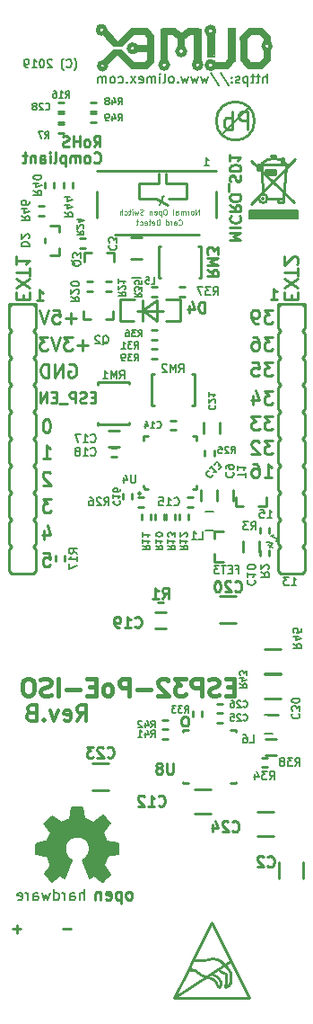
<source format=gbr>
G04 #@! TF.GenerationSoftware,KiCad,Pcbnew,5.1.0-rc2-unknown-036be7d~80~ubuntu16.04.1*
G04 #@! TF.CreationDate,2019-03-08T14:26:04+02:00*
G04 #@! TF.ProjectId,ESP32-PoE-ISO_Rev_B,45535033-322d-4506-9f45-2d49534f5f52,A*
G04 #@! TF.SameCoordinates,Original*
G04 #@! TF.FileFunction,Legend,Bot*
G04 #@! TF.FilePolarity,Positive*
%FSLAX46Y46*%
G04 Gerber Fmt 4.6, Leading zero omitted, Abs format (unit mm)*
G04 Created by KiCad (PCBNEW 5.1.0-rc2-unknown-036be7d~80~ubuntu16.04.1) date 2019-03-08 14:26:04*
%MOMM*%
%LPD*%
G04 APERTURE LIST*
%ADD10C,0.254000*%
%ADD11C,0.190500*%
%ADD12C,0.381000*%
%ADD13C,0.317500*%
%ADD14C,0.200000*%
%ADD15C,0.127000*%
%ADD16C,0.150000*%
%ADD17C,0.400000*%
%ADD18C,0.700000*%
%ADD19C,0.500000*%
%ADD20C,0.100000*%
%ADD21C,0.420000*%
%ADD22C,0.370000*%
%ADD23C,0.380000*%
%ADD24C,1.000000*%
%ADD25C,0.158750*%
%ADD26C,0.125000*%
%ADD27C,0.180000*%
G04 APERTURE END LIST*
D10*
X96018047Y-180793571D02*
X95243952Y-180793571D01*
X91319047Y-180793571D02*
X90544952Y-180793571D01*
X90932000Y-181180619D02*
X90932000Y-180406523D01*
X93423619Y-145354523D02*
X94028380Y-145354523D01*
X94088857Y-145959285D01*
X94028380Y-145898809D01*
X93907428Y-145838333D01*
X93605047Y-145838333D01*
X93484095Y-145898809D01*
X93423619Y-145959285D01*
X93363142Y-146080238D01*
X93363142Y-146382619D01*
X93423619Y-146503571D01*
X93484095Y-146564047D01*
X93605047Y-146624523D01*
X93907428Y-146624523D01*
X94028380Y-146564047D01*
X94088857Y-146503571D01*
X93484095Y-143237857D02*
X93484095Y-144084523D01*
X93786476Y-142754047D02*
X94088857Y-143661190D01*
X93302666Y-143661190D01*
X94149333Y-140274523D02*
X93363142Y-140274523D01*
X93786476Y-140758333D01*
X93605047Y-140758333D01*
X93484095Y-140818809D01*
X93423619Y-140879285D01*
X93363142Y-141000238D01*
X93363142Y-141302619D01*
X93423619Y-141423571D01*
X93484095Y-141484047D01*
X93605047Y-141544523D01*
X93967904Y-141544523D01*
X94088857Y-141484047D01*
X94149333Y-141423571D01*
X94088857Y-137855476D02*
X94028380Y-137795000D01*
X93907428Y-137734523D01*
X93605047Y-137734523D01*
X93484095Y-137795000D01*
X93423619Y-137855476D01*
X93363142Y-137976428D01*
X93363142Y-138097380D01*
X93423619Y-138278809D01*
X94149333Y-139004523D01*
X93363142Y-139004523D01*
X93363142Y-136464523D02*
X94088857Y-136464523D01*
X93726000Y-136464523D02*
X93726000Y-135194523D01*
X93846952Y-135375952D01*
X93967904Y-135496904D01*
X94088857Y-135557380D01*
X93786476Y-132781523D02*
X93665523Y-132781523D01*
X93544571Y-132842000D01*
X93484095Y-132902476D01*
X93423619Y-133023428D01*
X93363142Y-133265333D01*
X93363142Y-133567714D01*
X93423619Y-133809619D01*
X93484095Y-133930571D01*
X93544571Y-133991047D01*
X93665523Y-134051523D01*
X93786476Y-134051523D01*
X93907428Y-133991047D01*
X93967904Y-133930571D01*
X94028380Y-133809619D01*
X94088857Y-133567714D01*
X94088857Y-133265333D01*
X94028380Y-133023428D01*
X93967904Y-132902476D01*
X93907428Y-132842000D01*
X93786476Y-132781523D01*
X98346380Y-130737428D02*
X98007714Y-130737428D01*
X97862571Y-131269619D02*
X98346380Y-131269619D01*
X98346380Y-130253619D01*
X97862571Y-130253619D01*
X97475523Y-131221238D02*
X97330380Y-131269619D01*
X97088476Y-131269619D01*
X96991714Y-131221238D01*
X96943333Y-131172857D01*
X96894952Y-131076095D01*
X96894952Y-130979333D01*
X96943333Y-130882571D01*
X96991714Y-130834190D01*
X97088476Y-130785809D01*
X97282000Y-130737428D01*
X97378761Y-130689047D01*
X97427142Y-130640666D01*
X97475523Y-130543904D01*
X97475523Y-130447142D01*
X97427142Y-130350380D01*
X97378761Y-130302000D01*
X97282000Y-130253619D01*
X97040095Y-130253619D01*
X96894952Y-130302000D01*
X96459523Y-131269619D02*
X96459523Y-130253619D01*
X96072476Y-130253619D01*
X95975714Y-130302000D01*
X95927333Y-130350380D01*
X95878952Y-130447142D01*
X95878952Y-130592285D01*
X95927333Y-130689047D01*
X95975714Y-130737428D01*
X96072476Y-130785809D01*
X96459523Y-130785809D01*
X95685428Y-131366380D02*
X94911333Y-131366380D01*
X94669428Y-130737428D02*
X94330761Y-130737428D01*
X94185619Y-131269619D02*
X94669428Y-131269619D01*
X94669428Y-130253619D01*
X94185619Y-130253619D01*
X93750190Y-131269619D02*
X93750190Y-130253619D01*
X93169619Y-131269619D01*
X93169619Y-130253619D01*
X95836619Y-127635000D02*
X95957571Y-127574523D01*
X96139000Y-127574523D01*
X96320428Y-127635000D01*
X96441380Y-127755952D01*
X96501857Y-127876904D01*
X96562333Y-128118809D01*
X96562333Y-128300238D01*
X96501857Y-128542142D01*
X96441380Y-128663095D01*
X96320428Y-128784047D01*
X96139000Y-128844523D01*
X96018047Y-128844523D01*
X95836619Y-128784047D01*
X95776142Y-128723571D01*
X95776142Y-128300238D01*
X96018047Y-128300238D01*
X95231857Y-128844523D02*
X95231857Y-127574523D01*
X94506142Y-128844523D01*
X94506142Y-127574523D01*
X93901380Y-128844523D02*
X93901380Y-127574523D01*
X93599000Y-127574523D01*
X93417571Y-127635000D01*
X93296619Y-127755952D01*
X93236142Y-127876904D01*
X93175666Y-128118809D01*
X93175666Y-128300238D01*
X93236142Y-128542142D01*
X93296619Y-128663095D01*
X93417571Y-128784047D01*
X93599000Y-128844523D01*
X93901380Y-128844523D01*
X97614619Y-125820714D02*
X96647000Y-125820714D01*
X97130809Y-126304523D02*
X97130809Y-125336904D01*
X96163190Y-125034523D02*
X95377000Y-125034523D01*
X95800333Y-125518333D01*
X95618904Y-125518333D01*
X95497952Y-125578809D01*
X95437476Y-125639285D01*
X95377000Y-125760238D01*
X95377000Y-126062619D01*
X95437476Y-126183571D01*
X95497952Y-126244047D01*
X95618904Y-126304523D01*
X95981761Y-126304523D01*
X96102714Y-126244047D01*
X96163190Y-126183571D01*
X95014142Y-125034523D02*
X94590809Y-126304523D01*
X94167476Y-125034523D01*
X93865095Y-125034523D02*
X93078904Y-125034523D01*
X93502238Y-125518333D01*
X93320809Y-125518333D01*
X93199857Y-125578809D01*
X93139380Y-125639285D01*
X93078904Y-125760238D01*
X93078904Y-126062619D01*
X93139380Y-126183571D01*
X93199857Y-126244047D01*
X93320809Y-126304523D01*
X93683666Y-126304523D01*
X93804619Y-126244047D01*
X93865095Y-126183571D01*
X96501857Y-123280714D02*
X95534238Y-123280714D01*
X96018047Y-123764523D02*
X96018047Y-122796904D01*
X94324714Y-122494523D02*
X94929476Y-122494523D01*
X94989952Y-123099285D01*
X94929476Y-123038809D01*
X94808523Y-122978333D01*
X94506142Y-122978333D01*
X94385190Y-123038809D01*
X94324714Y-123099285D01*
X94264238Y-123220238D01*
X94264238Y-123522619D01*
X94324714Y-123643571D01*
X94385190Y-123704047D01*
X94506142Y-123764523D01*
X94808523Y-123764523D01*
X94929476Y-123704047D01*
X94989952Y-123643571D01*
X93901380Y-122494523D02*
X93478047Y-123764523D01*
X93054714Y-122494523D01*
D11*
X116858142Y-148426714D02*
X117293571Y-148426714D01*
X117075857Y-148426714D02*
X117075857Y-147664714D01*
X117148428Y-147773571D01*
X117221000Y-147846142D01*
X117293571Y-147882428D01*
X116604142Y-147664714D02*
X116132428Y-147664714D01*
X116386428Y-147955000D01*
X116277571Y-147955000D01*
X116205000Y-147991285D01*
X116168714Y-148027571D01*
X116132428Y-148100142D01*
X116132428Y-148281571D01*
X116168714Y-148354142D01*
X116205000Y-148390428D01*
X116277571Y-148426714D01*
X116495285Y-148426714D01*
X116567857Y-148390428D01*
X116604142Y-148354142D01*
X115433102Y-144318659D02*
X115650817Y-143941567D01*
X115541959Y-144130113D02*
X114882048Y-143749113D01*
X115012607Y-143740693D01*
X115111741Y-143714130D01*
X115179451Y-143669424D01*
X114666590Y-144630298D02*
X115106531Y-144884298D01*
X114505909Y-144328033D02*
X115067989Y-144443054D01*
X114832132Y-144851571D01*
X114572142Y-142076714D02*
X115007571Y-142076714D01*
X114789857Y-142076714D02*
X114789857Y-141314714D01*
X114862428Y-141423571D01*
X114935000Y-141496142D01*
X115007571Y-141532428D01*
X113882714Y-141314714D02*
X114245571Y-141314714D01*
X114281857Y-141677571D01*
X114245571Y-141641285D01*
X114173000Y-141605000D01*
X113991571Y-141605000D01*
X113919000Y-141641285D01*
X113882714Y-141677571D01*
X113846428Y-141750142D01*
X113846428Y-141931571D01*
X113882714Y-142004142D01*
X113919000Y-142040428D01*
X113991571Y-142076714D01*
X114173000Y-142076714D01*
X114245571Y-142040428D01*
X114281857Y-142004142D01*
D10*
X114287904Y-138242523D02*
X115013619Y-138242523D01*
X114650761Y-138242523D02*
X114650761Y-136972523D01*
X114771714Y-137153952D01*
X114892666Y-137274904D01*
X115013619Y-137335380D01*
X113199333Y-136972523D02*
X113441238Y-136972523D01*
X113562190Y-137033000D01*
X113622666Y-137093476D01*
X113743619Y-137274904D01*
X113804095Y-137516809D01*
X113804095Y-138000619D01*
X113743619Y-138121571D01*
X113683142Y-138182047D01*
X113562190Y-138242523D01*
X113320285Y-138242523D01*
X113199333Y-138182047D01*
X113138857Y-138121571D01*
X113078380Y-138000619D01*
X113078380Y-137698238D01*
X113138857Y-137577285D01*
X113199333Y-137516809D01*
X113320285Y-137456333D01*
X113562190Y-137456333D01*
X113683142Y-137516809D01*
X113743619Y-137577285D01*
X113804095Y-137698238D01*
X115074095Y-134813523D02*
X114287904Y-134813523D01*
X114711238Y-135297333D01*
X114529809Y-135297333D01*
X114408857Y-135357809D01*
X114348380Y-135418285D01*
X114287904Y-135539238D01*
X114287904Y-135841619D01*
X114348380Y-135962571D01*
X114408857Y-136023047D01*
X114529809Y-136083523D01*
X114892666Y-136083523D01*
X115013619Y-136023047D01*
X115074095Y-135962571D01*
X113804095Y-134934476D02*
X113743619Y-134874000D01*
X113622666Y-134813523D01*
X113320285Y-134813523D01*
X113199333Y-134874000D01*
X113138857Y-134934476D01*
X113078380Y-135055428D01*
X113078380Y-135176380D01*
X113138857Y-135357809D01*
X113864571Y-136083523D01*
X113078380Y-136083523D01*
X115074095Y-132527523D02*
X114287904Y-132527523D01*
X114711238Y-133011333D01*
X114529809Y-133011333D01*
X114408857Y-133071809D01*
X114348380Y-133132285D01*
X114287904Y-133253238D01*
X114287904Y-133555619D01*
X114348380Y-133676571D01*
X114408857Y-133737047D01*
X114529809Y-133797523D01*
X114892666Y-133797523D01*
X115013619Y-133737047D01*
X115074095Y-133676571D01*
X113864571Y-132527523D02*
X113078380Y-132527523D01*
X113501714Y-133011333D01*
X113320285Y-133011333D01*
X113199333Y-133071809D01*
X113138857Y-133132285D01*
X113078380Y-133253238D01*
X113078380Y-133555619D01*
X113138857Y-133676571D01*
X113199333Y-133737047D01*
X113320285Y-133797523D01*
X113683142Y-133797523D01*
X113804095Y-133737047D01*
X113864571Y-133676571D01*
X115074095Y-130114523D02*
X114287904Y-130114523D01*
X114711238Y-130598333D01*
X114529809Y-130598333D01*
X114408857Y-130658809D01*
X114348380Y-130719285D01*
X114287904Y-130840238D01*
X114287904Y-131142619D01*
X114348380Y-131263571D01*
X114408857Y-131324047D01*
X114529809Y-131384523D01*
X114892666Y-131384523D01*
X115013619Y-131324047D01*
X115074095Y-131263571D01*
X113199333Y-130537857D02*
X113199333Y-131384523D01*
X113501714Y-130054047D02*
X113804095Y-130961190D01*
X113017904Y-130961190D01*
X115074095Y-127447523D02*
X114287904Y-127447523D01*
X114711238Y-127931333D01*
X114529809Y-127931333D01*
X114408857Y-127991809D01*
X114348380Y-128052285D01*
X114287904Y-128173238D01*
X114287904Y-128475619D01*
X114348380Y-128596571D01*
X114408857Y-128657047D01*
X114529809Y-128717523D01*
X114892666Y-128717523D01*
X115013619Y-128657047D01*
X115074095Y-128596571D01*
X113138857Y-127447523D02*
X113743619Y-127447523D01*
X113804095Y-128052285D01*
X113743619Y-127991809D01*
X113622666Y-127931333D01*
X113320285Y-127931333D01*
X113199333Y-127991809D01*
X113138857Y-128052285D01*
X113078380Y-128173238D01*
X113078380Y-128475619D01*
X113138857Y-128596571D01*
X113199333Y-128657047D01*
X113320285Y-128717523D01*
X113622666Y-128717523D01*
X113743619Y-128657047D01*
X113804095Y-128596571D01*
X115074095Y-125034523D02*
X114287904Y-125034523D01*
X114711238Y-125518333D01*
X114529809Y-125518333D01*
X114408857Y-125578809D01*
X114348380Y-125639285D01*
X114287904Y-125760238D01*
X114287904Y-126062619D01*
X114348380Y-126183571D01*
X114408857Y-126244047D01*
X114529809Y-126304523D01*
X114892666Y-126304523D01*
X115013619Y-126244047D01*
X115074095Y-126183571D01*
X113199333Y-125034523D02*
X113441238Y-125034523D01*
X113562190Y-125095000D01*
X113622666Y-125155476D01*
X113743619Y-125336904D01*
X113804095Y-125578809D01*
X113804095Y-126062619D01*
X113743619Y-126183571D01*
X113683142Y-126244047D01*
X113562190Y-126304523D01*
X113320285Y-126304523D01*
X113199333Y-126244047D01*
X113138857Y-126183571D01*
X113078380Y-126062619D01*
X113078380Y-125760238D01*
X113138857Y-125639285D01*
X113199333Y-125578809D01*
X113320285Y-125518333D01*
X113562190Y-125518333D01*
X113683142Y-125578809D01*
X113743619Y-125639285D01*
X113804095Y-125760238D01*
X115074095Y-122494523D02*
X114287904Y-122494523D01*
X114711238Y-122978333D01*
X114529809Y-122978333D01*
X114408857Y-123038809D01*
X114348380Y-123099285D01*
X114287904Y-123220238D01*
X114287904Y-123522619D01*
X114348380Y-123643571D01*
X114408857Y-123704047D01*
X114529809Y-123764523D01*
X114892666Y-123764523D01*
X115013619Y-123704047D01*
X115074095Y-123643571D01*
X113683142Y-123764523D02*
X113441238Y-123764523D01*
X113320285Y-123704047D01*
X113259809Y-123643571D01*
X113138857Y-123462142D01*
X113078380Y-123220238D01*
X113078380Y-122736428D01*
X113138857Y-122615476D01*
X113199333Y-122555000D01*
X113320285Y-122494523D01*
X113562190Y-122494523D01*
X113683142Y-122555000D01*
X113743619Y-122615476D01*
X113804095Y-122736428D01*
X113804095Y-123038809D01*
X113743619Y-123159761D01*
X113683142Y-123220238D01*
X113562190Y-123280714D01*
X113320285Y-123280714D01*
X113199333Y-123220238D01*
X113138857Y-123159761D01*
X113078380Y-123038809D01*
D11*
X108621285Y-108929714D02*
X109056714Y-108929714D01*
X108839000Y-108929714D02*
X108839000Y-108167714D01*
X108911571Y-108276571D01*
X108984142Y-108349142D01*
X109056714Y-108385428D01*
D10*
X98198819Y-108566857D02*
X98247200Y-108615238D01*
X98392342Y-108663619D01*
X98489104Y-108663619D01*
X98634247Y-108615238D01*
X98731009Y-108518476D01*
X98779390Y-108421714D01*
X98827771Y-108228190D01*
X98827771Y-108083047D01*
X98779390Y-107889523D01*
X98731009Y-107792761D01*
X98634247Y-107696000D01*
X98489104Y-107647619D01*
X98392342Y-107647619D01*
X98247200Y-107696000D01*
X98198819Y-107744380D01*
X97618247Y-108663619D02*
X97715009Y-108615238D01*
X97763390Y-108566857D01*
X97811771Y-108470095D01*
X97811771Y-108179809D01*
X97763390Y-108083047D01*
X97715009Y-108034666D01*
X97618247Y-107986285D01*
X97473104Y-107986285D01*
X97376342Y-108034666D01*
X97327961Y-108083047D01*
X97279580Y-108179809D01*
X97279580Y-108470095D01*
X97327961Y-108566857D01*
X97376342Y-108615238D01*
X97473104Y-108663619D01*
X97618247Y-108663619D01*
X96844152Y-108663619D02*
X96844152Y-107986285D01*
X96844152Y-108083047D02*
X96795771Y-108034666D01*
X96699009Y-107986285D01*
X96553866Y-107986285D01*
X96457104Y-108034666D01*
X96408723Y-108131428D01*
X96408723Y-108663619D01*
X96408723Y-108131428D02*
X96360342Y-108034666D01*
X96263580Y-107986285D01*
X96118438Y-107986285D01*
X96021676Y-108034666D01*
X95973295Y-108131428D01*
X95973295Y-108663619D01*
X95489485Y-107986285D02*
X95489485Y-109002285D01*
X95489485Y-108034666D02*
X95392723Y-107986285D01*
X95199200Y-107986285D01*
X95102438Y-108034666D01*
X95054057Y-108083047D01*
X95005676Y-108179809D01*
X95005676Y-108470095D01*
X95054057Y-108566857D01*
X95102438Y-108615238D01*
X95199200Y-108663619D01*
X95392723Y-108663619D01*
X95489485Y-108615238D01*
X94425104Y-108663619D02*
X94521866Y-108615238D01*
X94570247Y-108518476D01*
X94570247Y-107647619D01*
X94038057Y-108663619D02*
X94038057Y-107986285D01*
X94038057Y-107647619D02*
X94086438Y-107696000D01*
X94038057Y-107744380D01*
X93989676Y-107696000D01*
X94038057Y-107647619D01*
X94038057Y-107744380D01*
X93118819Y-108663619D02*
X93118819Y-108131428D01*
X93167200Y-108034666D01*
X93263961Y-107986285D01*
X93457485Y-107986285D01*
X93554247Y-108034666D01*
X93118819Y-108615238D02*
X93215580Y-108663619D01*
X93457485Y-108663619D01*
X93554247Y-108615238D01*
X93602628Y-108518476D01*
X93602628Y-108421714D01*
X93554247Y-108324952D01*
X93457485Y-108276571D01*
X93215580Y-108276571D01*
X93118819Y-108228190D01*
X92635009Y-107986285D02*
X92635009Y-108663619D01*
X92635009Y-108083047D02*
X92586628Y-108034666D01*
X92489866Y-107986285D01*
X92344723Y-107986285D01*
X92247961Y-108034666D01*
X92199580Y-108131428D01*
X92199580Y-108663619D01*
X91860914Y-107986285D02*
X91473866Y-107986285D01*
X91715771Y-107647619D02*
X91715771Y-108518476D01*
X91667390Y-108615238D01*
X91570628Y-108663619D01*
X91473866Y-108663619D01*
X98189142Y-107139619D02*
X98527809Y-106655809D01*
X98769714Y-107139619D02*
X98769714Y-106123619D01*
X98382666Y-106123619D01*
X98285904Y-106172000D01*
X98237523Y-106220380D01*
X98189142Y-106317142D01*
X98189142Y-106462285D01*
X98237523Y-106559047D01*
X98285904Y-106607428D01*
X98382666Y-106655809D01*
X98769714Y-106655809D01*
X97608571Y-107139619D02*
X97705333Y-107091238D01*
X97753714Y-107042857D01*
X97802095Y-106946095D01*
X97802095Y-106655809D01*
X97753714Y-106559047D01*
X97705333Y-106510666D01*
X97608571Y-106462285D01*
X97463428Y-106462285D01*
X97366666Y-106510666D01*
X97318285Y-106559047D01*
X97269904Y-106655809D01*
X97269904Y-106946095D01*
X97318285Y-107042857D01*
X97366666Y-107091238D01*
X97463428Y-107139619D01*
X97608571Y-107139619D01*
X96834476Y-107139619D02*
X96834476Y-106123619D01*
X96834476Y-106607428D02*
X96253904Y-106607428D01*
X96253904Y-107139619D02*
X96253904Y-106123619D01*
X95818476Y-107091238D02*
X95673333Y-107139619D01*
X95431428Y-107139619D01*
X95334666Y-107091238D01*
X95286285Y-107042857D01*
X95237904Y-106946095D01*
X95237904Y-106849333D01*
X95286285Y-106752571D01*
X95334666Y-106704190D01*
X95431428Y-106655809D01*
X95624952Y-106607428D01*
X95721714Y-106559047D01*
X95770095Y-106510666D01*
X95818476Y-106413904D01*
X95818476Y-106317142D01*
X95770095Y-106220380D01*
X95721714Y-106172000D01*
X95624952Y-106123619D01*
X95383047Y-106123619D01*
X95237904Y-106172000D01*
X114898714Y-121490619D02*
X115479285Y-121490619D01*
X115189000Y-121490619D02*
X115189000Y-120474619D01*
X115285761Y-120619761D01*
X115382523Y-120716523D01*
X115479285Y-120764904D01*
X92800714Y-121617619D02*
X93381285Y-121617619D01*
X93091000Y-121617619D02*
X93091000Y-120601619D01*
X93187761Y-120746761D01*
X93284523Y-120843523D01*
X93381285Y-120891904D01*
D12*
X111418309Y-157997071D02*
X110867976Y-157997071D01*
X110632119Y-158861880D02*
X111418309Y-158861880D01*
X111418309Y-157210880D01*
X110632119Y-157210880D01*
X110003166Y-158783261D02*
X109767309Y-158861880D01*
X109374214Y-158861880D01*
X109216976Y-158783261D01*
X109138357Y-158704642D01*
X109059738Y-158547404D01*
X109059738Y-158390166D01*
X109138357Y-158232928D01*
X109216976Y-158154309D01*
X109374214Y-158075690D01*
X109688690Y-157997071D01*
X109845928Y-157918452D01*
X109924547Y-157839833D01*
X110003166Y-157682595D01*
X110003166Y-157525357D01*
X109924547Y-157368119D01*
X109845928Y-157289500D01*
X109688690Y-157210880D01*
X109295595Y-157210880D01*
X109059738Y-157289500D01*
X108352166Y-158861880D02*
X108352166Y-157210880D01*
X107723214Y-157210880D01*
X107565976Y-157289500D01*
X107487357Y-157368119D01*
X107408738Y-157525357D01*
X107408738Y-157761214D01*
X107487357Y-157918452D01*
X107565976Y-157997071D01*
X107723214Y-158075690D01*
X108352166Y-158075690D01*
X106858404Y-157210880D02*
X105836357Y-157210880D01*
X106386690Y-157839833D01*
X106150833Y-157839833D01*
X105993595Y-157918452D01*
X105914976Y-157997071D01*
X105836357Y-158154309D01*
X105836357Y-158547404D01*
X105914976Y-158704642D01*
X105993595Y-158783261D01*
X106150833Y-158861880D01*
X106622547Y-158861880D01*
X106779785Y-158783261D01*
X106858404Y-158704642D01*
X105207404Y-157368119D02*
X105128785Y-157289500D01*
X104971547Y-157210880D01*
X104578452Y-157210880D01*
X104421214Y-157289500D01*
X104342595Y-157368119D01*
X104263976Y-157525357D01*
X104263976Y-157682595D01*
X104342595Y-157918452D01*
X105286023Y-158861880D01*
X104263976Y-158861880D01*
X103556404Y-158232928D02*
X102298500Y-158232928D01*
X101512309Y-158861880D02*
X101512309Y-157210880D01*
X100883357Y-157210880D01*
X100726119Y-157289500D01*
X100647500Y-157368119D01*
X100568880Y-157525357D01*
X100568880Y-157761214D01*
X100647500Y-157918452D01*
X100726119Y-157997071D01*
X100883357Y-158075690D01*
X101512309Y-158075690D01*
X99625452Y-158861880D02*
X99782690Y-158783261D01*
X99861309Y-158704642D01*
X99939928Y-158547404D01*
X99939928Y-158075690D01*
X99861309Y-157918452D01*
X99782690Y-157839833D01*
X99625452Y-157761214D01*
X99389595Y-157761214D01*
X99232357Y-157839833D01*
X99153738Y-157918452D01*
X99075119Y-158075690D01*
X99075119Y-158547404D01*
X99153738Y-158704642D01*
X99232357Y-158783261D01*
X99389595Y-158861880D01*
X99625452Y-158861880D01*
X98367547Y-157997071D02*
X97817214Y-157997071D01*
X97581357Y-158861880D02*
X98367547Y-158861880D01*
X98367547Y-157210880D01*
X97581357Y-157210880D01*
X96873785Y-158232928D02*
X95615880Y-158232928D01*
X94829690Y-158861880D02*
X94829690Y-157210880D01*
X94122119Y-158783261D02*
X93886261Y-158861880D01*
X93493166Y-158861880D01*
X93335928Y-158783261D01*
X93257309Y-158704642D01*
X93178690Y-158547404D01*
X93178690Y-158390166D01*
X93257309Y-158232928D01*
X93335928Y-158154309D01*
X93493166Y-158075690D01*
X93807642Y-157997071D01*
X93964880Y-157918452D01*
X94043500Y-157839833D01*
X94122119Y-157682595D01*
X94122119Y-157525357D01*
X94043500Y-157368119D01*
X93964880Y-157289500D01*
X93807642Y-157210880D01*
X93414547Y-157210880D01*
X93178690Y-157289500D01*
X92156642Y-157210880D02*
X91842166Y-157210880D01*
X91684928Y-157289500D01*
X91527690Y-157446738D01*
X91449071Y-157761214D01*
X91449071Y-158311547D01*
X91527690Y-158626023D01*
X91684928Y-158783261D01*
X91842166Y-158861880D01*
X92156642Y-158861880D01*
X92313880Y-158783261D01*
X92471119Y-158626023D01*
X92549738Y-158311547D01*
X92549738Y-157761214D01*
X92471119Y-157446738D01*
X92313880Y-157289500D01*
X92156642Y-157210880D01*
D13*
X96628857Y-161217428D02*
X97136857Y-160491714D01*
X97499714Y-161217428D02*
X97499714Y-159693428D01*
X96919142Y-159693428D01*
X96774000Y-159766000D01*
X96701428Y-159838571D01*
X96628857Y-159983714D01*
X96628857Y-160201428D01*
X96701428Y-160346571D01*
X96774000Y-160419142D01*
X96919142Y-160491714D01*
X97499714Y-160491714D01*
X95395142Y-161144857D02*
X95540285Y-161217428D01*
X95830571Y-161217428D01*
X95975714Y-161144857D01*
X96048285Y-160999714D01*
X96048285Y-160419142D01*
X95975714Y-160274000D01*
X95830571Y-160201428D01*
X95540285Y-160201428D01*
X95395142Y-160274000D01*
X95322571Y-160419142D01*
X95322571Y-160564285D01*
X96048285Y-160709428D01*
X94814571Y-160201428D02*
X94451714Y-161217428D01*
X94088857Y-160201428D01*
X93508285Y-161072285D02*
X93435714Y-161144857D01*
X93508285Y-161217428D01*
X93580857Y-161144857D01*
X93508285Y-161072285D01*
X93508285Y-161217428D01*
X92274571Y-160419142D02*
X92056857Y-160491714D01*
X91984285Y-160564285D01*
X91911714Y-160709428D01*
X91911714Y-160927142D01*
X91984285Y-161072285D01*
X92056857Y-161144857D01*
X92202000Y-161217428D01*
X92782571Y-161217428D01*
X92782571Y-159693428D01*
X92274571Y-159693428D01*
X92129428Y-159766000D01*
X92056857Y-159838571D01*
X91984285Y-159983714D01*
X91984285Y-160128857D01*
X92056857Y-160274000D01*
X92129428Y-160346571D01*
X92274571Y-160419142D01*
X92782571Y-160419142D01*
D11*
X96338571Y-99949000D02*
X96374857Y-99912714D01*
X96447428Y-99803857D01*
X96483714Y-99731285D01*
X96520000Y-99622428D01*
X96556285Y-99441000D01*
X96556285Y-99295857D01*
X96520000Y-99114428D01*
X96483714Y-99005571D01*
X96447428Y-98933000D01*
X96374857Y-98824142D01*
X96338571Y-98787857D01*
X95612857Y-99586142D02*
X95649142Y-99622428D01*
X95758000Y-99658714D01*
X95830571Y-99658714D01*
X95939428Y-99622428D01*
X96012000Y-99549857D01*
X96048285Y-99477285D01*
X96084571Y-99332142D01*
X96084571Y-99223285D01*
X96048285Y-99078142D01*
X96012000Y-99005571D01*
X95939428Y-98933000D01*
X95830571Y-98896714D01*
X95758000Y-98896714D01*
X95649142Y-98933000D01*
X95612857Y-98969285D01*
X95358857Y-99949000D02*
X95322571Y-99912714D01*
X95250000Y-99803857D01*
X95213714Y-99731285D01*
X95177428Y-99622428D01*
X95141142Y-99441000D01*
X95141142Y-99295857D01*
X95177428Y-99114428D01*
X95213714Y-99005571D01*
X95250000Y-98933000D01*
X95322571Y-98824142D01*
X95358857Y-98787857D01*
X94234000Y-98969285D02*
X94197714Y-98933000D01*
X94125142Y-98896714D01*
X93943714Y-98896714D01*
X93871142Y-98933000D01*
X93834857Y-98969285D01*
X93798571Y-99041857D01*
X93798571Y-99114428D01*
X93834857Y-99223285D01*
X94270285Y-99658714D01*
X93798571Y-99658714D01*
X93326857Y-98896714D02*
X93254285Y-98896714D01*
X93181714Y-98933000D01*
X93145428Y-98969285D01*
X93109142Y-99041857D01*
X93072857Y-99187000D01*
X93072857Y-99368428D01*
X93109142Y-99513571D01*
X93145428Y-99586142D01*
X93181714Y-99622428D01*
X93254285Y-99658714D01*
X93326857Y-99658714D01*
X93399428Y-99622428D01*
X93435714Y-99586142D01*
X93472000Y-99513571D01*
X93508285Y-99368428D01*
X93508285Y-99187000D01*
X93472000Y-99041857D01*
X93435714Y-98969285D01*
X93399428Y-98933000D01*
X93326857Y-98896714D01*
X92347142Y-99658714D02*
X92782571Y-99658714D01*
X92564857Y-99658714D02*
X92564857Y-98896714D01*
X92637428Y-99005571D01*
X92710000Y-99078142D01*
X92782571Y-99114428D01*
X91984285Y-99658714D02*
X91839142Y-99658714D01*
X91766571Y-99622428D01*
X91730285Y-99586142D01*
X91657714Y-99477285D01*
X91621428Y-99332142D01*
X91621428Y-99041857D01*
X91657714Y-98969285D01*
X91694000Y-98933000D01*
X91766571Y-98896714D01*
X91911714Y-98896714D01*
X91984285Y-98933000D01*
X92020571Y-98969285D01*
X92056857Y-99041857D01*
X92056857Y-99223285D01*
X92020571Y-99295857D01*
X91984285Y-99332142D01*
X91911714Y-99368428D01*
X91766571Y-99368428D01*
X91694000Y-99332142D01*
X91657714Y-99295857D01*
X91621428Y-99223285D01*
X114532833Y-101113166D02*
X114532833Y-100224166D01*
X114151833Y-101113166D02*
X114151833Y-100647500D01*
X114194166Y-100562833D01*
X114278833Y-100520500D01*
X114405833Y-100520500D01*
X114490500Y-100562833D01*
X114532833Y-100605166D01*
X113855500Y-100520500D02*
X113516833Y-100520500D01*
X113728500Y-100224166D02*
X113728500Y-100986166D01*
X113686166Y-101070833D01*
X113601500Y-101113166D01*
X113516833Y-101113166D01*
X113347500Y-100520500D02*
X113008833Y-100520500D01*
X113220500Y-100224166D02*
X113220500Y-100986166D01*
X113178166Y-101070833D01*
X113093500Y-101113166D01*
X113008833Y-101113166D01*
X112712500Y-100520500D02*
X112712500Y-101409500D01*
X112712500Y-100562833D02*
X112627833Y-100520500D01*
X112458500Y-100520500D01*
X112373833Y-100562833D01*
X112331500Y-100605166D01*
X112289166Y-100689833D01*
X112289166Y-100943833D01*
X112331500Y-101028500D01*
X112373833Y-101070833D01*
X112458500Y-101113166D01*
X112627833Y-101113166D01*
X112712500Y-101070833D01*
X111950500Y-101070833D02*
X111865833Y-101113166D01*
X111696500Y-101113166D01*
X111611833Y-101070833D01*
X111569500Y-100986166D01*
X111569500Y-100943833D01*
X111611833Y-100859166D01*
X111696500Y-100816833D01*
X111823500Y-100816833D01*
X111908166Y-100774500D01*
X111950500Y-100689833D01*
X111950500Y-100647500D01*
X111908166Y-100562833D01*
X111823500Y-100520500D01*
X111696500Y-100520500D01*
X111611833Y-100562833D01*
X111188500Y-101028500D02*
X111146166Y-101070833D01*
X111188500Y-101113166D01*
X111230833Y-101070833D01*
X111188500Y-101028500D01*
X111188500Y-101113166D01*
X111188500Y-100562833D02*
X111146166Y-100605166D01*
X111188500Y-100647500D01*
X111230833Y-100605166D01*
X111188500Y-100562833D01*
X111188500Y-100647500D01*
X110130166Y-100181833D02*
X110892166Y-101324833D01*
X109198833Y-100181833D02*
X109960833Y-101324833D01*
X108987166Y-100520500D02*
X108817833Y-101113166D01*
X108648500Y-100689833D01*
X108479166Y-101113166D01*
X108309833Y-100520500D01*
X108055833Y-100520500D02*
X107886500Y-101113166D01*
X107717166Y-100689833D01*
X107547833Y-101113166D01*
X107378500Y-100520500D01*
X107124500Y-100520500D02*
X106955166Y-101113166D01*
X106785833Y-100689833D01*
X106616500Y-101113166D01*
X106447166Y-100520500D01*
X106108500Y-101028500D02*
X106066166Y-101070833D01*
X106108500Y-101113166D01*
X106150833Y-101070833D01*
X106108500Y-101028500D01*
X106108500Y-101113166D01*
X105558166Y-101113166D02*
X105642833Y-101070833D01*
X105685166Y-101028500D01*
X105727500Y-100943833D01*
X105727500Y-100689833D01*
X105685166Y-100605166D01*
X105642833Y-100562833D01*
X105558166Y-100520500D01*
X105431166Y-100520500D01*
X105346500Y-100562833D01*
X105304166Y-100605166D01*
X105261833Y-100689833D01*
X105261833Y-100943833D01*
X105304166Y-101028500D01*
X105346500Y-101070833D01*
X105431166Y-101113166D01*
X105558166Y-101113166D01*
X104753833Y-101113166D02*
X104838500Y-101070833D01*
X104880833Y-100986166D01*
X104880833Y-100224166D01*
X104415166Y-101113166D02*
X104415166Y-100520500D01*
X104415166Y-100224166D02*
X104457500Y-100266500D01*
X104415166Y-100308833D01*
X104372833Y-100266500D01*
X104415166Y-100224166D01*
X104415166Y-100308833D01*
X103991833Y-101113166D02*
X103991833Y-100520500D01*
X103991833Y-100605166D02*
X103949500Y-100562833D01*
X103864833Y-100520500D01*
X103737833Y-100520500D01*
X103653166Y-100562833D01*
X103610833Y-100647500D01*
X103610833Y-101113166D01*
X103610833Y-100647500D02*
X103568500Y-100562833D01*
X103483833Y-100520500D01*
X103356833Y-100520500D01*
X103272166Y-100562833D01*
X103229833Y-100647500D01*
X103229833Y-101113166D01*
X102467833Y-101070833D02*
X102552500Y-101113166D01*
X102721833Y-101113166D01*
X102806500Y-101070833D01*
X102848833Y-100986166D01*
X102848833Y-100647500D01*
X102806500Y-100562833D01*
X102721833Y-100520500D01*
X102552500Y-100520500D01*
X102467833Y-100562833D01*
X102425500Y-100647500D01*
X102425500Y-100732166D01*
X102848833Y-100816833D01*
X102129166Y-101113166D02*
X101663500Y-100520500D01*
X102129166Y-100520500D02*
X101663500Y-101113166D01*
X101324833Y-101028500D02*
X101282500Y-101070833D01*
X101324833Y-101113166D01*
X101367166Y-101070833D01*
X101324833Y-101028500D01*
X101324833Y-101113166D01*
X100520500Y-101070833D02*
X100605166Y-101113166D01*
X100774500Y-101113166D01*
X100859166Y-101070833D01*
X100901500Y-101028500D01*
X100943833Y-100943833D01*
X100943833Y-100689833D01*
X100901500Y-100605166D01*
X100859166Y-100562833D01*
X100774500Y-100520500D01*
X100605166Y-100520500D01*
X100520500Y-100562833D01*
X100012500Y-101113166D02*
X100097166Y-101070833D01*
X100139500Y-101028500D01*
X100181833Y-100943833D01*
X100181833Y-100689833D01*
X100139500Y-100605166D01*
X100097166Y-100562833D01*
X100012500Y-100520500D01*
X99885500Y-100520500D01*
X99800833Y-100562833D01*
X99758500Y-100605166D01*
X99716166Y-100689833D01*
X99716166Y-100943833D01*
X99758500Y-101028500D01*
X99800833Y-101070833D01*
X99885500Y-101113166D01*
X100012500Y-101113166D01*
X99335166Y-101113166D02*
X99335166Y-100520500D01*
X99335166Y-100605166D02*
X99292833Y-100562833D01*
X99208166Y-100520500D01*
X99081166Y-100520500D01*
X98996500Y-100562833D01*
X98954166Y-100647500D01*
X98954166Y-101113166D01*
X98954166Y-100647500D02*
X98911833Y-100562833D01*
X98827166Y-100520500D01*
X98700166Y-100520500D01*
X98615500Y-100562833D01*
X98573166Y-100647500D01*
X98573166Y-101113166D01*
D10*
X101549200Y-133311900D02*
X98602800Y-133311900D01*
X101549200Y-133299200D02*
X101549200Y-133121400D01*
X98602800Y-133324600D02*
X98602800Y-133108700D01*
X101549200Y-129501900D02*
X101549200Y-129311400D01*
X101549200Y-129311400D02*
X98602800Y-129311400D01*
X98602800Y-129311400D02*
X98602800Y-129527300D01*
X111633000Y-152019000D02*
X110109000Y-152019000D01*
X111633000Y-149479000D02*
X110109000Y-149479000D01*
X111577000Y-162092000D02*
X111577000Y-162192000D01*
X111577000Y-166992000D02*
X111577000Y-167092000D01*
X111577000Y-167092000D02*
X111077000Y-167092000D01*
X107077000Y-167092000D02*
X106577000Y-167092000D01*
X106577000Y-167092000D02*
X106577000Y-166992000D01*
X106577000Y-162192000D02*
X106577000Y-162092000D01*
X106577000Y-162092000D02*
X107077000Y-162092000D01*
X111077000Y-162092000D02*
X111577000Y-162092000D01*
X107696000Y-167640000D02*
X109220000Y-167640000D01*
X107696000Y-169926000D02*
X109220000Y-169926000D01*
X104305100Y-119456200D02*
X104305100Y-116509800D01*
X104317800Y-119456200D02*
X104495600Y-119456200D01*
X104292400Y-116509800D02*
X104508300Y-116509800D01*
X108115100Y-119456200D02*
X108305600Y-119456200D01*
X108305600Y-119456200D02*
X108305600Y-116509800D01*
X108305600Y-116509800D02*
X108089700Y-116509800D01*
X114452400Y-140970000D02*
X113741200Y-140970000D01*
X114452400Y-140131800D02*
X114452400Y-140970000D01*
X111607600Y-140131800D02*
X111607600Y-140970000D01*
X112318800Y-140970000D02*
X111607600Y-140970000D01*
X93573600Y-116154200D02*
X93573600Y-115747800D01*
X94894400Y-114528600D02*
X94107000Y-114528600D01*
X94894400Y-115189000D02*
X94894400Y-114528600D01*
X94894400Y-117373400D02*
X94894400Y-116713000D01*
X94107000Y-117373400D02*
X94894400Y-117373400D01*
X114427000Y-164465000D02*
X115443000Y-164465000D01*
X114427000Y-162941000D02*
X115443000Y-162941000D01*
X97790000Y-120713500D02*
X98044000Y-120713500D01*
X97790000Y-120713500D02*
X97536000Y-120713500D01*
X97790000Y-119824500D02*
X97536000Y-119824500D01*
X97790000Y-119824500D02*
X98044000Y-119824500D01*
X99568000Y-120713500D02*
X99822000Y-120713500D01*
X99568000Y-120713500D02*
X99314000Y-120713500D01*
X99568000Y-119824500D02*
X99314000Y-119824500D01*
X99568000Y-119824500D02*
X99822000Y-119824500D01*
D14*
X102687873Y-139804140D02*
G75*
G03X102687873Y-139804140I-176013J0D01*
G01*
D10*
X103311960Y-139405360D02*
X103085900Y-139405360D01*
X107909360Y-139405360D02*
X107508040Y-139405360D01*
X107909360Y-139004040D02*
X107909360Y-139405360D01*
X107909360Y-134406640D02*
X107909360Y-134807960D01*
X107508040Y-134406640D02*
X107909360Y-134406640D01*
X102910640Y-134406640D02*
X103311960Y-134406640D01*
X102910640Y-134807960D02*
X102910640Y-134406640D01*
X102910640Y-139230100D02*
X102910640Y-139004040D01*
X103085900Y-139405360D02*
X102910640Y-139230100D01*
X106553000Y-121221500D02*
X106807000Y-121221500D01*
X106553000Y-121221500D02*
X106299000Y-121221500D01*
X106553000Y-120332500D02*
X106299000Y-120332500D01*
X106553000Y-120332500D02*
X106807000Y-120332500D01*
X104165400Y-121615200D02*
X104165400Y-123520200D01*
X102793800Y-121615200D02*
X102793800Y-123520200D01*
X102793800Y-122529600D02*
X104165400Y-123520200D01*
X104165400Y-121615200D02*
X102793800Y-122529600D01*
X104749600Y-122567700D02*
X102273100Y-122567700D01*
X100698300Y-123545600D02*
X101993700Y-123545600D01*
X100711000Y-121539000D02*
X102006400Y-121539000D01*
X100685600Y-123545600D02*
X100685600Y-121551700D01*
X106337100Y-123558300D02*
X104965500Y-123558300D01*
X106337100Y-121539000D02*
X104965500Y-121539000D01*
X106337100Y-123558300D02*
X106337100Y-121539000D01*
X98171000Y-103822500D02*
X98425000Y-103822500D01*
X98171000Y-103822500D02*
X97917000Y-103822500D01*
X98171000Y-102933500D02*
X97917000Y-102933500D01*
X98171000Y-102933500D02*
X98425000Y-102933500D01*
X98171000Y-103949500D02*
X97917000Y-103949500D01*
X98171000Y-103949500D02*
X98425000Y-103949500D01*
X98171000Y-104838500D02*
X98425000Y-104838500D01*
X98171000Y-104838500D02*
X97917000Y-104838500D01*
D15*
X109524800Y-141478000D02*
X108686600Y-141478000D01*
X109524800Y-143256000D02*
X108686600Y-143256000D01*
D10*
X100035360Y-123408440D02*
X99324160Y-123408440D01*
X100035360Y-122570240D02*
X100035360Y-123408440D01*
X97190560Y-122570240D02*
X97190560Y-123408440D01*
X97901760Y-123408440D02*
X97190560Y-123408440D01*
X103670100Y-131521200D02*
X103670100Y-128574800D01*
X103682800Y-131521200D02*
X103860600Y-131521200D01*
X103657400Y-128574800D02*
X103873300Y-128574800D01*
X107480100Y-131521200D02*
X107670600Y-131521200D01*
X107670600Y-131521200D02*
X107670600Y-128574800D01*
X107670600Y-128574800D02*
X107454700Y-128574800D01*
X111379000Y-140462000D02*
X111379000Y-139446000D01*
X109855000Y-140462000D02*
X109855000Y-139446000D01*
X109855000Y-140462000D02*
X109855000Y-139446000D01*
X108331000Y-140462000D02*
X108331000Y-139446000D01*
X100584000Y-133858000D02*
X99568000Y-133858000D01*
X100584000Y-135382000D02*
X99568000Y-135382000D01*
X108585000Y-133096000D02*
X108585000Y-134112000D01*
X110109000Y-133096000D02*
X110109000Y-134112000D01*
D15*
X115112800Y-160655000D02*
X114274600Y-160655000D01*
X115112800Y-162433000D02*
X114274600Y-162433000D01*
D10*
X98515000Y-111312000D02*
X98515000Y-113812000D01*
X109765000Y-111312000D02*
X109765000Y-113812000D01*
X100140000Y-115387000D02*
X108140000Y-115387000D01*
X98515000Y-109387000D02*
X109765000Y-109387000D01*
X104340000Y-109687000D02*
X104340000Y-110587000D01*
X104340000Y-110587000D02*
X102440000Y-110587000D01*
X102440000Y-110587000D02*
X102440000Y-111987000D01*
X102440000Y-111987000D02*
X104040000Y-111987000D01*
X104040000Y-111987000D02*
X105140000Y-112587000D01*
X105240000Y-111987000D02*
X106940000Y-111987000D01*
X106940000Y-111987000D02*
X106940000Y-110587000D01*
X106940000Y-110587000D02*
X105040000Y-110587000D01*
X105040000Y-110587000D02*
X105040000Y-109687000D01*
X105040000Y-109687000D02*
X105040000Y-109687000D01*
D15*
X104388528Y-112635528D02*
G75*
G03X104740000Y-111787000I-848528J848528D01*
G01*
X104740000Y-111787000D02*
X104840000Y-111887000D01*
X104740000Y-111787000D02*
X104640000Y-111887000D01*
D10*
X115697000Y-176022000D02*
X115697000Y-174498000D01*
X117983000Y-176022000D02*
X117983000Y-174498000D01*
X115189000Y-172085000D02*
X113665000Y-172085000D01*
X115189000Y-169799000D02*
X113665000Y-169799000D01*
D15*
X101803200Y-119507000D02*
X102641400Y-119507000D01*
X101803200Y-117729000D02*
X102641400Y-117729000D01*
D10*
X97256600Y-117094000D02*
X97967800Y-117094000D01*
X97256600Y-117932200D02*
X97256600Y-117094000D01*
X100101400Y-117932200D02*
X100101400Y-117094000D01*
X99390200Y-117094000D02*
X100101400Y-117094000D01*
X90170000Y-121950000D02*
X92710000Y-121950000D01*
X92456000Y-127030000D02*
X92710000Y-127284000D01*
X92710000Y-126776000D02*
X92456000Y-127030000D01*
X92710000Y-124236000D02*
X92710000Y-122458000D01*
X92456000Y-124490000D02*
X92710000Y-124236000D01*
X92710000Y-124744000D02*
X92456000Y-124490000D01*
X92710000Y-126776000D02*
X92710000Y-124744000D01*
X92710000Y-122458000D02*
X92710000Y-121950000D01*
X92710000Y-122204000D02*
X92456000Y-121950000D01*
X90424000Y-121950000D02*
X90170000Y-122204000D01*
X92710000Y-129316000D02*
X92710000Y-127284000D01*
X92456000Y-129570000D02*
X92710000Y-129316000D01*
X92710000Y-132364000D02*
X92456000Y-132110000D01*
X92710000Y-131856000D02*
X92710000Y-129824000D01*
X92456000Y-132110000D02*
X92710000Y-131856000D01*
X90170000Y-131856000D02*
X90424000Y-132110000D01*
X90170000Y-129824000D02*
X90170000Y-131856000D01*
X90424000Y-129570000D02*
X90170000Y-129824000D01*
X90170000Y-129316000D02*
X90424000Y-129570000D01*
X90170000Y-127284000D02*
X90170000Y-129316000D01*
X90424000Y-127030000D02*
X90170000Y-127284000D01*
X90170000Y-126776000D02*
X90424000Y-127030000D01*
X90170000Y-124744000D02*
X90170000Y-126776000D01*
X90424000Y-124490000D02*
X90170000Y-124744000D01*
X90170000Y-124236000D02*
X90424000Y-124490000D01*
X90170000Y-122204000D02*
X90170000Y-124236000D01*
X90170000Y-121950000D02*
X90170000Y-122204000D01*
X90424000Y-132110000D02*
X90170000Y-132364000D01*
X90170000Y-132364000D02*
X90170000Y-134396000D01*
X90170000Y-136936000D02*
X90424000Y-137190000D01*
X92710000Y-134396000D02*
X92710000Y-132364000D01*
X92710000Y-129824000D02*
X92456000Y-129570000D01*
X92456000Y-137190000D02*
X92710000Y-136936000D01*
X90170000Y-134904000D02*
X90170000Y-136936000D01*
X90424000Y-134650000D02*
X90170000Y-134904000D01*
X92710000Y-136936000D02*
X92710000Y-134904000D01*
X92456000Y-134650000D02*
X92710000Y-134396000D01*
X92710000Y-134904000D02*
X92456000Y-134650000D01*
X90170000Y-134396000D02*
X90424000Y-134650000D01*
X90170000Y-136936000D02*
X90424000Y-137190000D01*
X92456000Y-137190000D02*
X92710000Y-136936000D01*
X92710000Y-136936000D02*
X92710000Y-134904000D01*
X90170000Y-134904000D02*
X90170000Y-136936000D01*
X90424000Y-134650000D02*
X90170000Y-134904000D01*
X92710000Y-134904000D02*
X92456000Y-134650000D01*
X92710000Y-139984000D02*
X92456000Y-139730000D01*
X90424000Y-139730000D02*
X90170000Y-139984000D01*
X90170000Y-139984000D02*
X90170000Y-142016000D01*
X92710000Y-142016000D02*
X92710000Y-139984000D01*
X92456000Y-142270000D02*
X92710000Y-142016000D01*
X90170000Y-142016000D02*
X90424000Y-142270000D01*
X90170000Y-139476000D02*
X90424000Y-139730000D01*
X92710000Y-139984000D02*
X92456000Y-139730000D01*
X92456000Y-139730000D02*
X92710000Y-139476000D01*
X92710000Y-142016000D02*
X92710000Y-139984000D01*
X90424000Y-139730000D02*
X90170000Y-139984000D01*
X90170000Y-139984000D02*
X90170000Y-142016000D01*
X92456000Y-142270000D02*
X92710000Y-142016000D01*
X92710000Y-139476000D02*
X92710000Y-137444000D01*
X90170000Y-142016000D02*
X90424000Y-142270000D01*
X90170000Y-137444000D02*
X90170000Y-139476000D01*
X90424000Y-137190000D02*
X90170000Y-137444000D01*
X92710000Y-137444000D02*
X92456000Y-137190000D01*
X92710000Y-142524000D02*
X92456000Y-142270000D01*
X90424000Y-142270000D02*
X90170000Y-142524000D01*
X90170000Y-142524000D02*
X90170000Y-144556000D01*
X90170000Y-147096000D02*
X90424000Y-147350000D01*
X92710000Y-144556000D02*
X92710000Y-142524000D01*
X92456000Y-147350000D02*
X92710000Y-147096000D01*
X90424000Y-147350000D02*
X92456000Y-147350000D01*
X90170000Y-145064000D02*
X90170000Y-147096000D01*
X90424000Y-144810000D02*
X90170000Y-145064000D01*
X92710000Y-147096000D02*
X92710000Y-145064000D01*
X92456000Y-144810000D02*
X92710000Y-144556000D01*
X92710000Y-145064000D02*
X92456000Y-144810000D01*
X90170000Y-144556000D02*
X90424000Y-144810000D01*
X90170000Y-147096000D02*
X90424000Y-147350000D01*
X92456000Y-147350000D02*
X92710000Y-147096000D01*
X92710000Y-147096000D02*
X92710000Y-145064000D01*
X90170000Y-145064000D02*
X90170000Y-147096000D01*
X90424000Y-144810000D02*
X90170000Y-145064000D01*
X92710000Y-145064000D02*
X92456000Y-144810000D01*
X115570000Y-121950000D02*
X118110000Y-121950000D01*
X117856000Y-127030000D02*
X118110000Y-127284000D01*
X118110000Y-126776000D02*
X117856000Y-127030000D01*
X118110000Y-124236000D02*
X118110000Y-122458000D01*
X117856000Y-124490000D02*
X118110000Y-124236000D01*
X118110000Y-124744000D02*
X117856000Y-124490000D01*
X118110000Y-126776000D02*
X118110000Y-124744000D01*
X118110000Y-122458000D02*
X118110000Y-121950000D01*
X118110000Y-122204000D02*
X117856000Y-121950000D01*
X115824000Y-121950000D02*
X115570000Y-122204000D01*
X118110000Y-129316000D02*
X118110000Y-127284000D01*
X117856000Y-129570000D02*
X118110000Y-129316000D01*
X118110000Y-132364000D02*
X117856000Y-132110000D01*
X118110000Y-131856000D02*
X118110000Y-129824000D01*
X117856000Y-132110000D02*
X118110000Y-131856000D01*
X115570000Y-131856000D02*
X115824000Y-132110000D01*
X115570000Y-129824000D02*
X115570000Y-131856000D01*
X115824000Y-129570000D02*
X115570000Y-129824000D01*
X115570000Y-129316000D02*
X115824000Y-129570000D01*
X115570000Y-127284000D02*
X115570000Y-129316000D01*
X115824000Y-127030000D02*
X115570000Y-127284000D01*
X115570000Y-126776000D02*
X115824000Y-127030000D01*
X115570000Y-124744000D02*
X115570000Y-126776000D01*
X115824000Y-124490000D02*
X115570000Y-124744000D01*
X115570000Y-124236000D02*
X115824000Y-124490000D01*
X115570000Y-122204000D02*
X115570000Y-124236000D01*
X115570000Y-121950000D02*
X115570000Y-122204000D01*
X115824000Y-132110000D02*
X115570000Y-132364000D01*
X115570000Y-132364000D02*
X115570000Y-134396000D01*
X115570000Y-136936000D02*
X115824000Y-137190000D01*
X118110000Y-134396000D02*
X118110000Y-132364000D01*
X118110000Y-129824000D02*
X117856000Y-129570000D01*
X117856000Y-137190000D02*
X118110000Y-136936000D01*
X115570000Y-134904000D02*
X115570000Y-136936000D01*
X115824000Y-134650000D02*
X115570000Y-134904000D01*
X118110000Y-136936000D02*
X118110000Y-134904000D01*
X117856000Y-134650000D02*
X118110000Y-134396000D01*
X118110000Y-134904000D02*
X117856000Y-134650000D01*
X115570000Y-134396000D02*
X115824000Y-134650000D01*
X115570000Y-136936000D02*
X115824000Y-137190000D01*
X117856000Y-137190000D02*
X118110000Y-136936000D01*
X118110000Y-136936000D02*
X118110000Y-134904000D01*
X115570000Y-134904000D02*
X115570000Y-136936000D01*
X115824000Y-134650000D02*
X115570000Y-134904000D01*
X118110000Y-134904000D02*
X117856000Y-134650000D01*
X118110000Y-139984000D02*
X117856000Y-139730000D01*
X115824000Y-139730000D02*
X115570000Y-139984000D01*
X115570000Y-139984000D02*
X115570000Y-142016000D01*
X118110000Y-142016000D02*
X118110000Y-139984000D01*
X117856000Y-142270000D02*
X118110000Y-142016000D01*
X115570000Y-142016000D02*
X115824000Y-142270000D01*
X115570000Y-139476000D02*
X115824000Y-139730000D01*
X118110000Y-139984000D02*
X117856000Y-139730000D01*
X117856000Y-139730000D02*
X118110000Y-139476000D01*
X118110000Y-142016000D02*
X118110000Y-139984000D01*
X115824000Y-139730000D02*
X115570000Y-139984000D01*
X115570000Y-139984000D02*
X115570000Y-142016000D01*
X117856000Y-142270000D02*
X118110000Y-142016000D01*
X118110000Y-139476000D02*
X118110000Y-137444000D01*
X115570000Y-142016000D02*
X115824000Y-142270000D01*
X115570000Y-137444000D02*
X115570000Y-139476000D01*
X115824000Y-137190000D02*
X115570000Y-137444000D01*
X118110000Y-137444000D02*
X117856000Y-137190000D01*
X118110000Y-142524000D02*
X117856000Y-142270000D01*
X115824000Y-142270000D02*
X115570000Y-142524000D01*
X115570000Y-142524000D02*
X115570000Y-144556000D01*
X115570000Y-147096000D02*
X115824000Y-147350000D01*
X118110000Y-144556000D02*
X118110000Y-142524000D01*
X117856000Y-147350000D02*
X118110000Y-147096000D01*
X115824000Y-147350000D02*
X117856000Y-147350000D01*
X115570000Y-145064000D02*
X115570000Y-147096000D01*
X115824000Y-144810000D02*
X115570000Y-145064000D01*
X118110000Y-147096000D02*
X118110000Y-145064000D01*
X117856000Y-144810000D02*
X118110000Y-144556000D01*
X118110000Y-145064000D02*
X117856000Y-144810000D01*
X115570000Y-144556000D02*
X115824000Y-144810000D01*
X115570000Y-147096000D02*
X115824000Y-147350000D01*
X117856000Y-147350000D02*
X118110000Y-147096000D01*
X118110000Y-147096000D02*
X118110000Y-145064000D01*
X115570000Y-145064000D02*
X115570000Y-147096000D01*
X115824000Y-144810000D02*
X115570000Y-145064000D01*
X118110000Y-145064000D02*
X117856000Y-144810000D01*
X109601000Y-146202400D02*
X109601000Y-145491200D01*
X110439200Y-146202400D02*
X109601000Y-146202400D01*
X110439200Y-143357600D02*
X109601000Y-143357600D01*
X109601000Y-144068800D02*
X109601000Y-143357600D01*
X97155000Y-116649500D02*
X97409000Y-116649500D01*
X97155000Y-116649500D02*
X96901000Y-116649500D01*
X97155000Y-115760500D02*
X96901000Y-115760500D01*
X97155000Y-115760500D02*
X97409000Y-115760500D01*
X104521000Y-150050500D02*
X104267000Y-150050500D01*
X104521000Y-150050500D02*
X104775000Y-150050500D01*
X104521000Y-150939500D02*
X104775000Y-150939500D01*
X104521000Y-150939500D02*
X104267000Y-150939500D01*
X113855500Y-145415000D02*
X113855500Y-145669000D01*
X113855500Y-145415000D02*
X113855500Y-145161000D01*
X114744500Y-145415000D02*
X114744500Y-145161000D01*
X114744500Y-145415000D02*
X114744500Y-145669000D01*
X103949500Y-141986000D02*
X103949500Y-142240000D01*
X103949500Y-141986000D02*
X103949500Y-141732000D01*
X104838500Y-141986000D02*
X104838500Y-141732000D01*
X104838500Y-141986000D02*
X104838500Y-142240000D01*
X102679500Y-141986000D02*
X102679500Y-142240000D01*
X102679500Y-141986000D02*
X102679500Y-141732000D01*
X103568500Y-141986000D02*
X103568500Y-141732000D01*
X103568500Y-141986000D02*
X103568500Y-142240000D01*
X106235500Y-141986000D02*
X106235500Y-142240000D01*
X106235500Y-141986000D02*
X106235500Y-141732000D01*
X107124500Y-141986000D02*
X107124500Y-141732000D01*
X107124500Y-141986000D02*
X107124500Y-142240000D01*
X104965500Y-141986000D02*
X104965500Y-142240000D01*
X104965500Y-141986000D02*
X104965500Y-141732000D01*
X105854500Y-141986000D02*
X105854500Y-141732000D01*
X105854500Y-141986000D02*
X105854500Y-142240000D01*
X109537500Y-136017000D02*
X109537500Y-135763000D01*
X109537500Y-136017000D02*
X109537500Y-136271000D01*
X108648500Y-136017000D02*
X108648500Y-136271000D01*
X108648500Y-136017000D02*
X108648500Y-135763000D01*
X102616000Y-141033500D02*
X102870000Y-141033500D01*
X102616000Y-141033500D02*
X102362000Y-141033500D01*
X102616000Y-140144500D02*
X102362000Y-140144500D01*
X102616000Y-140144500D02*
X102870000Y-140144500D01*
X103886000Y-125285500D02*
X103632000Y-125285500D01*
X103886000Y-125285500D02*
X104140000Y-125285500D01*
X103886000Y-126174500D02*
X104140000Y-126174500D01*
X103886000Y-126174500D02*
X103632000Y-126174500D01*
X108394500Y-160528000D02*
X108394500Y-160274000D01*
X108394500Y-160528000D02*
X108394500Y-160782000D01*
X107505500Y-160528000D02*
X107505500Y-160782000D01*
X107505500Y-160528000D02*
X107505500Y-160274000D01*
X114300000Y-165544500D02*
X114554000Y-165544500D01*
X114300000Y-165544500D02*
X114046000Y-165544500D01*
X114300000Y-164655500D02*
X114046000Y-164655500D01*
X114300000Y-164655500D02*
X114554000Y-164655500D01*
X103886000Y-120332500D02*
X103632000Y-120332500D01*
X103886000Y-120332500D02*
X104140000Y-120332500D01*
X103886000Y-121221500D02*
X104140000Y-121221500D01*
X103886000Y-121221500D02*
X103632000Y-121221500D01*
X103886000Y-124396500D02*
X103632000Y-124396500D01*
X103886000Y-124396500D02*
X104140000Y-124396500D01*
X103886000Y-125285500D02*
X104140000Y-125285500D01*
X103886000Y-125285500D02*
X103632000Y-125285500D01*
X103886000Y-126174500D02*
X103632000Y-126174500D01*
X103886000Y-126174500D02*
X104140000Y-126174500D01*
X103886000Y-127063500D02*
X104140000Y-127063500D01*
X103886000Y-127063500D02*
X103632000Y-127063500D01*
X93535500Y-110744000D02*
X93535500Y-110998000D01*
X93535500Y-110744000D02*
X93535500Y-110490000D01*
X94424500Y-110744000D02*
X94424500Y-110490000D01*
X94424500Y-110744000D02*
X94424500Y-110998000D01*
X104902000Y-161988500D02*
X104648000Y-161988500D01*
X104902000Y-161988500D02*
X105156000Y-161988500D01*
X104902000Y-162877500D02*
X105156000Y-162877500D01*
X104902000Y-162877500D02*
X104648000Y-162877500D01*
X104902000Y-161988500D02*
X105156000Y-161988500D01*
X104902000Y-161988500D02*
X104648000Y-161988500D01*
X104902000Y-161099500D02*
X104648000Y-161099500D01*
X104902000Y-161099500D02*
X105156000Y-161099500D01*
X96202500Y-110744000D02*
X96202500Y-110490000D01*
X96202500Y-110744000D02*
X96202500Y-110998000D01*
X95313500Y-110744000D02*
X95313500Y-110998000D01*
X95313500Y-110744000D02*
X95313500Y-110490000D01*
X93218000Y-112712500D02*
X92964000Y-112712500D01*
X93218000Y-112712500D02*
X93472000Y-112712500D01*
X93218000Y-113601500D02*
X93472000Y-113601500D01*
X93218000Y-113601500D02*
X92964000Y-113601500D01*
X107315000Y-140144500D02*
X107061000Y-140144500D01*
X107315000Y-140144500D02*
X107569000Y-140144500D01*
X107315000Y-141033500D02*
X107569000Y-141033500D01*
X107315000Y-141033500D02*
X107061000Y-141033500D01*
X101790500Y-140081000D02*
X101790500Y-139827000D01*
X101790500Y-140081000D02*
X101790500Y-140335000D01*
X100901500Y-140081000D02*
X100901500Y-140335000D01*
X100901500Y-140081000D02*
X100901500Y-139827000D01*
X100076000Y-136334500D02*
X100330000Y-136334500D01*
X100076000Y-136334500D02*
X99822000Y-136334500D01*
X100076000Y-135445500D02*
X99822000Y-135445500D01*
X100076000Y-135445500D02*
X100330000Y-135445500D01*
X105664000Y-132905500D02*
X105410000Y-132905500D01*
X105664000Y-132905500D02*
X105918000Y-132905500D01*
X105664000Y-133794500D02*
X105918000Y-133794500D01*
X105664000Y-133794500D02*
X105410000Y-133794500D01*
X114300000Y-156845000D02*
X115824000Y-156845000D01*
X114300000Y-159131000D02*
X115824000Y-159131000D01*
X114300000Y-154432000D02*
X115824000Y-154432000D01*
X114300000Y-156718000D02*
X115824000Y-156718000D01*
X115570000Y-159131000D02*
X114554000Y-159131000D01*
X115570000Y-160655000D02*
X114554000Y-160655000D01*
X102743000Y-115697000D02*
X101727000Y-115697000D01*
X102743000Y-117729000D02*
X101727000Y-117729000D01*
X113359037Y-104708960D02*
G75*
G03X113359037Y-104708960I-1802237J0D01*
G01*
D14*
X110396020Y-105872280D02*
X112829340Y-103451660D01*
D16*
X112855000Y-113107000D02*
X112855000Y-113869000D01*
X117427000Y-113107000D02*
X112855000Y-113107000D01*
X117427000Y-113869000D02*
X117427000Y-113107000D01*
X112855000Y-113869000D02*
X117427000Y-113869000D01*
X112905800Y-113157800D02*
X117325400Y-113157800D01*
X117376200Y-113259400D02*
X112905800Y-113259400D01*
X112905800Y-113411800D02*
X117325400Y-113411800D01*
X112905800Y-113564200D02*
X117325400Y-113564200D01*
X117376200Y-113310200D02*
X112956600Y-113310200D01*
X117376200Y-113462600D02*
X112905800Y-113462600D01*
X112956600Y-113665800D02*
X117325400Y-113665800D01*
X117376200Y-113767400D02*
X112956600Y-113767400D01*
D10*
X117221000Y-108331000D02*
X113030000Y-112522000D01*
X117094000Y-112395000D02*
X113030000Y-108458000D01*
X116078000Y-112014000D02*
X114681000Y-112014000D01*
X116078000Y-112014000D02*
X116332000Y-108966000D01*
X116586000Y-108839000D02*
X113665000Y-108839000D01*
X115570000Y-112395000D02*
X115570000Y-112141000D01*
X116078000Y-112395000D02*
X115570000Y-112395000D01*
X116078000Y-112014000D02*
X116078000Y-112395000D01*
X114173000Y-111506000D02*
X114046000Y-109474000D01*
X114574609Y-112014000D02*
G75*
G03X114574609Y-112014000I-401609J0D01*
G01*
X115951000Y-108204000D02*
X115951000Y-108712000D01*
X116078000Y-108204000D02*
X115951000Y-108204000D01*
X116078000Y-108712000D02*
X116078000Y-108204000D01*
X113665000Y-109347000D02*
X113665000Y-108839000D01*
X114046000Y-109347000D02*
X113665000Y-109347000D01*
X114046000Y-108839000D02*
X114046000Y-109347000D01*
X113919000Y-108966000D02*
X113919000Y-109093000D01*
X113919000Y-108839000D02*
X113792000Y-109220000D01*
X113919000Y-108966000D02*
X113919000Y-109093000D01*
X113792000Y-108966000D02*
X113792000Y-109347000D01*
X113919000Y-108966000D02*
X113792000Y-108966000D01*
X113919000Y-109347000D02*
X113919000Y-108966000D01*
X115316000Y-109728000D02*
X115316000Y-109347000D01*
X114427000Y-109728000D02*
X115316000Y-109728000D01*
X114427000Y-109347000D02*
X114427000Y-109728000D01*
X115316000Y-109347000D02*
X114427000Y-109347000D01*
X115189000Y-109474000D02*
X114554000Y-109474000D01*
X114935000Y-107950000D02*
X115316000Y-107950000D01*
X114935000Y-108077000D02*
X114935000Y-107950000D01*
X115316000Y-108077000D02*
X114935000Y-108077000D01*
X115316000Y-107950000D02*
X115316000Y-108077000D01*
X114046000Y-108712000D02*
G75*
G02X116332000Y-108712000I1143000J-1143000D01*
G01*
D15*
X114300000Y-112014000D02*
G75*
G03X114300000Y-112014000I-127000J0D01*
G01*
D17*
X114878747Y-97663000D02*
G75*
G03X114878747Y-97663000I-337447J0D01*
G01*
D18*
X114554000Y-96888300D02*
X114046000Y-96380300D01*
X112953800Y-96304100D02*
X112318800Y-96913700D01*
X112344200Y-98869500D02*
X112903000Y-99453700D01*
X110718600Y-99466400D02*
X111175800Y-99009200D01*
X109732800Y-99466400D02*
X110718600Y-99466400D01*
D17*
X109586324Y-99441000D02*
G75*
G03X109586324Y-99441000I-366324J0D01*
G01*
D18*
X109220000Y-96748600D02*
X109220000Y-98348800D01*
D17*
X109580818Y-96215200D02*
G75*
G03X109580818Y-96215200I-373518J0D01*
G01*
X108347759Y-99415600D02*
G75*
G03X108347759Y-99415600I-359659J0D01*
G01*
D18*
X108000800Y-98907600D02*
X108000800Y-96316800D01*
X108000800Y-96316800D02*
X107162600Y-96316800D01*
X107162600Y-96316800D02*
X106553000Y-96824800D01*
X106451400Y-97612200D02*
X106451400Y-96901000D01*
X106375200Y-96824800D02*
X105740200Y-96316800D01*
D17*
X106822318Y-98145600D02*
G75*
G03X106822318Y-98145600I-370918J0D01*
G01*
D18*
X105740200Y-96316800D02*
X104851200Y-96316800D01*
D17*
X105201729Y-99428300D02*
G75*
G03X105201729Y-99428300I-363229J0D01*
G01*
X99338666Y-99517200D02*
G75*
G03X99338666Y-99517200I-329466J0D01*
G01*
D18*
X99339400Y-99161600D02*
X100177600Y-98348800D01*
D19*
X100685600Y-98247200D02*
X100152200Y-98247200D01*
D18*
X101828600Y-99466400D02*
X100685600Y-98348800D01*
X103149400Y-99466400D02*
X101828600Y-99466400D01*
X103581200Y-99034600D02*
X103149400Y-99466400D01*
X103581200Y-96799400D02*
X103581200Y-99034600D01*
X103581200Y-96774000D02*
X103098600Y-96266000D01*
X103050500Y-96291400D02*
X101828600Y-96291400D01*
X101828600Y-96291400D02*
X100736400Y-97358200D01*
D19*
X100711000Y-97472500D02*
X100152200Y-97472500D01*
D18*
X99288600Y-96481900D02*
X100152200Y-97375600D01*
D17*
X99279735Y-96126300D02*
G75*
G03X99279735Y-96126300I-359435J0D01*
G01*
D18*
X102362000Y-97866200D02*
X103581200Y-97866200D01*
D17*
X102213659Y-97866200D02*
G75*
G03X102213659Y-97866200I-359659J0D01*
G01*
D18*
X113982500Y-99479100D02*
X112941100Y-99479100D01*
X114541300Y-98920300D02*
X114541300Y-98158300D01*
X114554000Y-98907600D02*
X113969800Y-99479100D01*
X114554000Y-96939100D02*
X114554000Y-97180400D01*
X112331500Y-96901000D02*
X112331500Y-98831400D01*
X112953800Y-96291400D02*
X113957100Y-96291400D01*
X104838500Y-96304100D02*
X104838500Y-98907600D01*
X111175800Y-99021900D02*
X111175800Y-96291400D01*
D20*
X111175800Y-95948500D02*
X111455200Y-95948500D01*
X111480600Y-95948500D02*
X111480600Y-99098100D01*
X111467900Y-95948500D02*
X111480600Y-95948500D01*
X111455200Y-95948500D02*
X111467900Y-95948500D01*
X111340900Y-96037400D02*
X111404400Y-96024700D01*
X110858300Y-95948500D02*
X110858300Y-98983800D01*
X111163100Y-95948500D02*
X110858300Y-95948500D01*
X111036100Y-96024700D02*
X110921800Y-96024700D01*
X109537500Y-96634300D02*
X109537500Y-98653600D01*
X108902500Y-98653600D02*
X108902500Y-96634300D01*
X108927900Y-98653600D02*
X108902500Y-98653600D01*
X109537500Y-98653600D02*
X108927900Y-98653600D01*
X109397800Y-98590100D02*
X109461300Y-98590100D01*
X109054900Y-98590100D02*
X108966000Y-98590100D01*
X108318300Y-98996500D02*
X108318300Y-96012000D01*
X107073700Y-95999300D02*
X106489500Y-96481900D01*
X108318300Y-95999300D02*
X107073700Y-95999300D01*
X108165900Y-96062800D02*
X108242100Y-96062800D01*
X104508300Y-99021900D02*
X104508300Y-96012000D01*
X105829100Y-95999300D02*
X106451400Y-96494600D01*
X105803700Y-95999300D02*
X105829100Y-95999300D01*
X104508300Y-95999300D02*
X105803700Y-95999300D01*
X104508300Y-96012000D02*
X104508300Y-95999300D01*
X104660700Y-96075500D02*
X104559100Y-96075500D01*
X101714300Y-95961200D02*
X100457000Y-97205800D01*
X101765100Y-95961200D02*
X101714300Y-95961200D01*
X103136700Y-95961200D02*
X101765100Y-95961200D01*
D10*
X110109000Y-160464500D02*
X109855000Y-160464500D01*
X110109000Y-160464500D02*
X110363000Y-160464500D01*
X110109000Y-161353500D02*
X110363000Y-161353500D01*
X110109000Y-161353500D02*
X109855000Y-161353500D01*
X113792000Y-145288000D02*
X113792000Y-144272000D01*
X112268000Y-145288000D02*
X112268000Y-144272000D01*
X113855500Y-143256000D02*
X113855500Y-143510000D01*
X113855500Y-143256000D02*
X113855500Y-143002000D01*
X114744500Y-143256000D02*
X114744500Y-143002000D01*
X114744500Y-143256000D02*
X114744500Y-143510000D01*
D21*
X97873820Y-175816260D02*
X97322640Y-174393860D01*
D22*
X98219260Y-175630840D02*
X97901760Y-175836580D01*
D17*
X99009200Y-176179480D02*
X98229420Y-175648620D01*
D23*
X99585780Y-175641000D02*
X99021900Y-176179480D01*
D22*
X99570540Y-175641000D02*
X99037140Y-174807880D01*
X99395280Y-173880780D02*
X99037140Y-174764700D01*
X100373180Y-173639480D02*
X99423220Y-173857920D01*
D23*
X100363020Y-172862240D02*
X100368100Y-173649640D01*
D22*
X100375720Y-172849540D02*
X99357180Y-172669200D01*
X99326700Y-172633640D02*
X98978720Y-171767500D01*
X99555300Y-170865800D02*
X98999040Y-171716700D01*
D23*
X99565460Y-170842940D02*
X99065080Y-170309540D01*
D22*
X99016820Y-170284140D02*
X98188780Y-170936920D01*
X98127820Y-170926760D02*
X97282000Y-170520360D01*
X97022920Y-169486580D02*
X97228660Y-170500040D01*
X97030540Y-169473880D02*
X96245680Y-169473880D01*
X96263460Y-169494200D02*
X96050100Y-170512740D01*
X96050100Y-170512740D02*
X95148400Y-170962320D01*
X95135700Y-170957240D02*
X94231460Y-170322800D01*
X94231460Y-170324780D02*
X93677740Y-170870880D01*
X93677740Y-170873420D02*
X94294960Y-171663360D01*
X94294960Y-171663360D02*
X93954600Y-172600620D01*
X93954600Y-172600620D02*
X92872560Y-172829220D01*
X92872560Y-172829220D02*
X92872560Y-173664880D01*
X92872560Y-173664880D02*
X93886020Y-173835060D01*
X93886020Y-173835060D02*
X94292420Y-174746920D01*
X94241620Y-176194720D02*
X95077280Y-175628300D01*
X95077280Y-175628300D02*
X95415100Y-175813720D01*
X95415100Y-175813720D02*
X95989140Y-174373540D01*
X95978980Y-174371000D02*
G75*
G02X95608140Y-172506640I746760J1117600D01*
G01*
X95597980Y-172521880D02*
G75*
G02X97523300Y-172323760I1061720J-863600D01*
G01*
X97548700Y-172349160D02*
G75*
G02X97472500Y-174203360I-965200J-889000D01*
G01*
X94292420Y-174746920D02*
X93672660Y-175633380D01*
X94226380Y-176187100D02*
X93672660Y-175641000D01*
D16*
X97792540Y-175996600D02*
X97142300Y-174327820D01*
X98176080Y-175793400D02*
X97830640Y-176014380D01*
X98188780Y-175783240D02*
X99014280Y-176347120D01*
X99021900Y-176354740D02*
X99743260Y-175661320D01*
X99750880Y-175658780D02*
X99153980Y-174795180D01*
X100512880Y-173751240D02*
X99441000Y-173946820D01*
X100512880Y-172758100D02*
X100512880Y-173743620D01*
X100515420Y-172755560D02*
X99344480Y-172552360D01*
X99446080Y-172557440D02*
X99110800Y-171724320D01*
X99707700Y-170873420D02*
X99113340Y-171726860D01*
X99728020Y-170837860D02*
X99054920Y-170124120D01*
X99042220Y-170121580D02*
X98071940Y-170837860D01*
X98107500Y-170769280D02*
X97203260Y-170390820D01*
X97119440Y-169374820D02*
X97320100Y-170400980D01*
X97109280Y-169367200D02*
X96144080Y-169367200D01*
X96144080Y-169367200D02*
X95918020Y-170538140D01*
X95928180Y-170456860D02*
X95123000Y-170794680D01*
X95242380Y-170842940D02*
X94231460Y-170169840D01*
X94226380Y-170167300D02*
X93532960Y-170858180D01*
X93527880Y-170865800D02*
X94231460Y-171856400D01*
X94142560Y-171747180D02*
X93776800Y-172615860D01*
X92839540Y-173517560D02*
X93946980Y-173741080D01*
X92755720Y-172775880D02*
X92758260Y-173733460D01*
X93893640Y-173964600D02*
X92770960Y-173753780D01*
X93789500Y-173931580D02*
X94170500Y-174912020D01*
X93822520Y-175567340D02*
X94307660Y-176098200D01*
X94218760Y-176342040D02*
X93535500Y-175651160D01*
X95105220Y-175727360D02*
X94228920Y-176347120D01*
X94241620Y-176032160D02*
X95062040Y-175503840D01*
X94924880Y-175699420D02*
X95453200Y-176027080D01*
X95453200Y-176027080D02*
X95839280Y-175046640D01*
X95844360Y-174348140D02*
X95316040Y-175729900D01*
X100220780Y-172946060D02*
X100220780Y-173596300D01*
X100363020Y-173001940D02*
X99247960Y-172755560D01*
X98833940Y-171734480D02*
X99220020Y-172732700D01*
X98828860Y-171739560D02*
X99430840Y-170830240D01*
X99072700Y-170385740D02*
X98188780Y-171107100D01*
X95801180Y-174406560D02*
X95623380Y-174284640D01*
X95623380Y-174284640D02*
X95247460Y-173573440D01*
X95247460Y-173573440D02*
X95247460Y-173055280D01*
X95242380Y-173067980D02*
X95476060Y-172394880D01*
X95476060Y-172394880D02*
X95986600Y-171965620D01*
X95986600Y-171965620D02*
X96801940Y-171805600D01*
X96801940Y-171797980D02*
X97673160Y-172227240D01*
X97673160Y-172227240D02*
X98092260Y-172958760D01*
X98097340Y-172963840D02*
X97965260Y-173786800D01*
X97960180Y-173817280D02*
X97866200Y-173987460D01*
X97960180Y-173817280D02*
X97866200Y-173987460D01*
X97736660Y-174038260D02*
X97477580Y-174376080D01*
X97368360Y-174152560D02*
X97142300Y-174327820D01*
X95867220Y-174155100D02*
X96121220Y-174320200D01*
X96004380Y-174609760D02*
X96126300Y-174325280D01*
X98183700Y-171104560D02*
X97200720Y-170611800D01*
X97853500Y-174017940D02*
X97546160Y-174284640D01*
D24*
X98869500Y-175447960D02*
X98016060Y-174426880D01*
X99905820Y-173243240D02*
X98488500Y-173182280D01*
X98920300Y-170957240D02*
X97858580Y-172064680D01*
X96659700Y-169981880D02*
X96654620Y-171495720D01*
X94394020Y-171038520D02*
X95506540Y-172105320D01*
X93403420Y-173222920D02*
X94871540Y-173309280D01*
X98193860Y-175275240D02*
X97828100Y-174513240D01*
X98859340Y-174376080D02*
X98295460Y-173896020D01*
X99108260Y-173730920D02*
X98402140Y-173603920D01*
X98783140Y-172486320D02*
X98341180Y-172646340D01*
X98607880Y-172006260D02*
X98150680Y-172295820D01*
X97609660Y-171229020D02*
X97434400Y-171587160D01*
X97175320Y-170969940D02*
X97007680Y-171579540D01*
X95910400Y-170985180D02*
X96131380Y-171670980D01*
X95323660Y-171236640D02*
X95742760Y-171823380D01*
X94454980Y-172105320D02*
X95110300Y-172471080D01*
X94213680Y-172798740D02*
X94935040Y-172946060D01*
X95049340Y-173956980D02*
X94439740Y-174063660D01*
X95369380Y-174376080D02*
X94752160Y-174703740D01*
X95483680Y-174513240D02*
X94302580Y-175526700D01*
X95483680Y-174421800D02*
X95150940Y-175153320D01*
D10*
X104013000Y-152527000D02*
X105029000Y-152527000D01*
X104013000Y-151003000D02*
X105029000Y-151003000D01*
X99568000Y-167767000D02*
X98044000Y-167767000D01*
X99568000Y-165227000D02*
X98044000Y-165227000D01*
X110109000Y-159575500D02*
X109855000Y-159575500D01*
X110109000Y-159575500D02*
X110363000Y-159575500D01*
X110109000Y-160464500D02*
X110363000Y-160464500D01*
X110109000Y-160464500D02*
X109855000Y-160464500D01*
X95123000Y-104965500D02*
X94869000Y-104965500D01*
X95123000Y-104965500D02*
X95377000Y-104965500D01*
X95123000Y-105854500D02*
X95377000Y-105854500D01*
X95123000Y-105854500D02*
X94869000Y-105854500D01*
X95123000Y-103822500D02*
X95377000Y-103822500D01*
X95123000Y-103822500D02*
X94869000Y-103822500D01*
X95123000Y-102933500D02*
X94869000Y-102933500D01*
X95123000Y-102933500D02*
X95377000Y-102933500D01*
X95123000Y-104838500D02*
X95377000Y-104838500D01*
X95123000Y-104838500D02*
X94869000Y-104838500D01*
X95123000Y-103949500D02*
X94869000Y-103949500D01*
X95123000Y-103949500D02*
X95377000Y-103949500D01*
X110744000Y-186055000D02*
G75*
G02X110871000Y-186182000I0J-127000D01*
G01*
X110617000Y-186118500D02*
G75*
G02X110680500Y-186055000I63500J0D01*
G01*
X110678071Y-186311545D02*
G75*
G02X110617000Y-186245500I2429J63505D01*
G01*
X111061500Y-185928000D02*
G75*
G02X110680500Y-186309000I-381000J0D01*
G01*
X110872048Y-184532575D02*
G75*
G02X111061500Y-184848500I-168688J-315925D01*
G01*
X110869549Y-184531142D02*
G75*
G02X110553500Y-184213500I478971J792622D01*
G01*
X110678935Y-185040845D02*
G75*
G02X109982000Y-184594500I153965J1007685D01*
G01*
X110235068Y-185801674D02*
G75*
G02X110236000Y-186118500I-316568J-159346D01*
G01*
X110235967Y-186118600D02*
G75*
G02X110109000Y-186245500I-190467J63600D01*
G01*
X108907275Y-185357493D02*
G75*
G02X109347000Y-185483500I-825195J-3709947D01*
G01*
X109346915Y-185484965D02*
G75*
G02X109918500Y-186245500I-284395J-808795D01*
G01*
X109284708Y-185040166D02*
G75*
G02X110236000Y-185801000I-285688J-1332334D01*
G01*
X108772461Y-185294576D02*
G75*
G02X107950000Y-184848500I147819J1253796D01*
G01*
X107441301Y-184658474D02*
G75*
G02X107950000Y-184848500I64199J-604046D01*
G01*
X108965915Y-183707114D02*
G75*
G02X108750100Y-183769000I-182795J230214D01*
G01*
X108966721Y-183705678D02*
G75*
G02X110553500Y-184213500I466639J-1274902D01*
G01*
X110680500Y-186055000D02*
X110744000Y-186055000D01*
X110680500Y-186055000D02*
X110680500Y-185039000D01*
X110617000Y-186245500D02*
X110617000Y-186118500D01*
X111061500Y-184848500D02*
X111061500Y-185928000D01*
X110109000Y-186245500D02*
X109956600Y-186245500D01*
X107124500Y-184658000D02*
X107442000Y-184658000D01*
X108750100Y-183769000D02*
X107569000Y-183769000D01*
X111125000Y-183832500D02*
X105791000Y-187325000D01*
X107569000Y-183769000D02*
X109347000Y-180213000D01*
X107124500Y-184658000D02*
X107569000Y-183769000D01*
X105791000Y-187325000D02*
X107124500Y-184658000D01*
X112903000Y-187325000D02*
X105791000Y-187325000D01*
X109347000Y-180213000D02*
X112903000Y-187325000D01*
X95440500Y-145923000D02*
X95440500Y-146177000D01*
X95440500Y-145923000D02*
X95440500Y-145669000D01*
X94551500Y-145923000D02*
X94551500Y-145669000D01*
X94551500Y-145923000D02*
X94551500Y-146177000D01*
D11*
X100638428Y-128995714D02*
X100892428Y-128632857D01*
X101073857Y-128995714D02*
X101073857Y-128233714D01*
X100783571Y-128233714D01*
X100711000Y-128270000D01*
X100674714Y-128306285D01*
X100638428Y-128378857D01*
X100638428Y-128487714D01*
X100674714Y-128560285D01*
X100711000Y-128596571D01*
X100783571Y-128632857D01*
X101073857Y-128632857D01*
X100311857Y-128995714D02*
X100311857Y-128233714D01*
X100057857Y-128778000D01*
X99803857Y-128233714D01*
X99803857Y-128995714D01*
X99041857Y-128995714D02*
X99477285Y-128995714D01*
X99259571Y-128995714D02*
X99259571Y-128233714D01*
X99332142Y-128342571D01*
X99404714Y-128415142D01*
X99477285Y-128451428D01*
D10*
X111524142Y-148952857D02*
X111572523Y-149001238D01*
X111717666Y-149049619D01*
X111814428Y-149049619D01*
X111959571Y-149001238D01*
X112056333Y-148904476D01*
X112104714Y-148807714D01*
X112153095Y-148614190D01*
X112153095Y-148469047D01*
X112104714Y-148275523D01*
X112056333Y-148178761D01*
X111959571Y-148082000D01*
X111814428Y-148033619D01*
X111717666Y-148033619D01*
X111572523Y-148082000D01*
X111524142Y-148130380D01*
X111137095Y-148130380D02*
X111088714Y-148082000D01*
X110991952Y-148033619D01*
X110750047Y-148033619D01*
X110653285Y-148082000D01*
X110604904Y-148130380D01*
X110556523Y-148227142D01*
X110556523Y-148323904D01*
X110604904Y-148469047D01*
X111185476Y-149049619D01*
X110556523Y-149049619D01*
X109927571Y-148033619D02*
X109830809Y-148033619D01*
X109734047Y-148082000D01*
X109685666Y-148130380D01*
X109637285Y-148227142D01*
X109588904Y-148420666D01*
X109588904Y-148662571D01*
X109637285Y-148856095D01*
X109685666Y-148952857D01*
X109734047Y-149001238D01*
X109830809Y-149049619D01*
X109927571Y-149049619D01*
X110024333Y-149001238D01*
X110072714Y-148952857D01*
X110121095Y-148856095D01*
X110169476Y-148662571D01*
X110169476Y-148420666D01*
X110121095Y-148227142D01*
X110072714Y-148130380D01*
X110024333Y-148082000D01*
X109927571Y-148033619D01*
X105676095Y-165178619D02*
X105676095Y-166001095D01*
X105627714Y-166097857D01*
X105579333Y-166146238D01*
X105482571Y-166194619D01*
X105289047Y-166194619D01*
X105192285Y-166146238D01*
X105143904Y-166097857D01*
X105095523Y-166001095D01*
X105095523Y-165178619D01*
X104466571Y-165614047D02*
X104563333Y-165565666D01*
X104611714Y-165517285D01*
X104660095Y-165420523D01*
X104660095Y-165372142D01*
X104611714Y-165275380D01*
X104563333Y-165227000D01*
X104466571Y-165178619D01*
X104273047Y-165178619D01*
X104176285Y-165227000D01*
X104127904Y-165275380D01*
X104079523Y-165372142D01*
X104079523Y-165420523D01*
X104127904Y-165517285D01*
X104176285Y-165565666D01*
X104273047Y-165614047D01*
X104466571Y-165614047D01*
X104563333Y-165662428D01*
X104611714Y-165710809D01*
X104660095Y-165807571D01*
X104660095Y-166001095D01*
X104611714Y-166097857D01*
X104563333Y-166146238D01*
X104466571Y-166194619D01*
X104273047Y-166194619D01*
X104176285Y-166146238D01*
X104127904Y-166097857D01*
X104079523Y-166001095D01*
X104079523Y-165807571D01*
X104127904Y-165710809D01*
X104176285Y-165662428D01*
X104273047Y-165614047D01*
X106897714Y-161674023D02*
X107018666Y-161613547D01*
X107079142Y-161553071D01*
X107139619Y-161432119D01*
X107139619Y-161069261D01*
X107079142Y-160948309D01*
X107018666Y-160887833D01*
X106897714Y-160827357D01*
X106716285Y-160827357D01*
X106595333Y-160887833D01*
X106534857Y-160948309D01*
X106474380Y-161069261D01*
X106474380Y-161432119D01*
X106534857Y-161553071D01*
X106595333Y-161613547D01*
X106716285Y-161674023D01*
X106897714Y-161674023D01*
X104285142Y-169145857D02*
X104333523Y-169194238D01*
X104478666Y-169242619D01*
X104575428Y-169242619D01*
X104720571Y-169194238D01*
X104817333Y-169097476D01*
X104865714Y-169000714D01*
X104914095Y-168807190D01*
X104914095Y-168662047D01*
X104865714Y-168468523D01*
X104817333Y-168371761D01*
X104720571Y-168275000D01*
X104575428Y-168226619D01*
X104478666Y-168226619D01*
X104333523Y-168275000D01*
X104285142Y-168323380D01*
X103317523Y-169242619D02*
X103898095Y-169242619D01*
X103607809Y-169242619D02*
X103607809Y-168226619D01*
X103704571Y-168371761D01*
X103801333Y-168468523D01*
X103898095Y-168516904D01*
X102930476Y-168323380D02*
X102882095Y-168275000D01*
X102785333Y-168226619D01*
X102543428Y-168226619D01*
X102446666Y-168275000D01*
X102398285Y-168323380D01*
X102349904Y-168420142D01*
X102349904Y-168516904D01*
X102398285Y-168662047D01*
X102978857Y-169242619D01*
X102349904Y-169242619D01*
X108887380Y-118732904D02*
X109371190Y-119071571D01*
X108887380Y-119313476D02*
X109903380Y-119313476D01*
X109903380Y-118926428D01*
X109855000Y-118829666D01*
X109806619Y-118781285D01*
X109709857Y-118732904D01*
X109564714Y-118732904D01*
X109467952Y-118781285D01*
X109419571Y-118829666D01*
X109371190Y-118926428D01*
X109371190Y-119313476D01*
X108887380Y-118297476D02*
X109903380Y-118297476D01*
X109177666Y-117958809D01*
X109903380Y-117620142D01*
X108887380Y-117620142D01*
X109903380Y-117233095D02*
X109903380Y-116604142D01*
X109516333Y-116942809D01*
X109516333Y-116797666D01*
X109467952Y-116700904D01*
X109419571Y-116652523D01*
X109322809Y-116604142D01*
X109080904Y-116604142D01*
X108984142Y-116652523D01*
X108935761Y-116700904D01*
X108887380Y-116797666D01*
X108887380Y-117087952D01*
X108935761Y-117184714D01*
X108984142Y-117233095D01*
D11*
X112558285Y-138248571D02*
X112558285Y-137813142D01*
X111796285Y-138030857D02*
X112558285Y-138030857D01*
X111796285Y-137160000D02*
X111796285Y-137595428D01*
X111796285Y-137377714D02*
X112558285Y-137377714D01*
X112449428Y-137450285D01*
X112376857Y-137522857D01*
X112340571Y-137595428D01*
X91349285Y-116513428D02*
X92111285Y-116513428D01*
X92111285Y-116332000D01*
X92075000Y-116223142D01*
X92002428Y-116150571D01*
X91929857Y-116114285D01*
X91784714Y-116078000D01*
X91675857Y-116078000D01*
X91530714Y-116114285D01*
X91458142Y-116150571D01*
X91385571Y-116223142D01*
X91349285Y-116332000D01*
X91349285Y-116513428D01*
X92038714Y-115787714D02*
X92075000Y-115751428D01*
X92111285Y-115678857D01*
X92111285Y-115497428D01*
X92075000Y-115424857D01*
X92038714Y-115388571D01*
X91966142Y-115352285D01*
X91893571Y-115352285D01*
X91784714Y-115388571D01*
X91349285Y-115824000D01*
X91349285Y-115352285D01*
X117202857Y-165444714D02*
X117456857Y-165081857D01*
X117638285Y-165444714D02*
X117638285Y-164682714D01*
X117348000Y-164682714D01*
X117275428Y-164719000D01*
X117239142Y-164755285D01*
X117202857Y-164827857D01*
X117202857Y-164936714D01*
X117239142Y-165009285D01*
X117275428Y-165045571D01*
X117348000Y-165081857D01*
X117638285Y-165081857D01*
X116948857Y-164682714D02*
X116477142Y-164682714D01*
X116731142Y-164973000D01*
X116622285Y-164973000D01*
X116549714Y-165009285D01*
X116513428Y-165045571D01*
X116477142Y-165118142D01*
X116477142Y-165299571D01*
X116513428Y-165372142D01*
X116549714Y-165408428D01*
X116622285Y-165444714D01*
X116840000Y-165444714D01*
X116912571Y-165408428D01*
X116948857Y-165372142D01*
X116041714Y-165009285D02*
X116114285Y-164973000D01*
X116150571Y-164936714D01*
X116186857Y-164864142D01*
X116186857Y-164827857D01*
X116150571Y-164755285D01*
X116114285Y-164719000D01*
X116041714Y-164682714D01*
X115896571Y-164682714D01*
X115824000Y-164719000D01*
X115787714Y-164755285D01*
X115751428Y-164827857D01*
X115751428Y-164864142D01*
X115787714Y-164936714D01*
X115824000Y-164973000D01*
X115896571Y-165009285D01*
X116041714Y-165009285D01*
X116114285Y-165045571D01*
X116150571Y-165081857D01*
X116186857Y-165154428D01*
X116186857Y-165299571D01*
X116150571Y-165372142D01*
X116114285Y-165408428D01*
X116041714Y-165444714D01*
X115896571Y-165444714D01*
X115824000Y-165408428D01*
X115787714Y-165372142D01*
X115751428Y-165299571D01*
X115751428Y-165154428D01*
X115787714Y-165081857D01*
X115824000Y-165045571D01*
X115896571Y-165009285D01*
X96048285Y-121266857D02*
X96411142Y-121520857D01*
X96048285Y-121702285D02*
X96810285Y-121702285D01*
X96810285Y-121412000D01*
X96774000Y-121339428D01*
X96737714Y-121303142D01*
X96665142Y-121266857D01*
X96556285Y-121266857D01*
X96483714Y-121303142D01*
X96447428Y-121339428D01*
X96411142Y-121412000D01*
X96411142Y-121702285D01*
X96737714Y-120976571D02*
X96774000Y-120940285D01*
X96810285Y-120867714D01*
X96810285Y-120686285D01*
X96774000Y-120613714D01*
X96737714Y-120577428D01*
X96665142Y-120541142D01*
X96592571Y-120541142D01*
X96483714Y-120577428D01*
X96048285Y-121012857D01*
X96048285Y-120541142D01*
X96810285Y-120069428D02*
X96810285Y-119996857D01*
X96774000Y-119924285D01*
X96737714Y-119888000D01*
X96665142Y-119851714D01*
X96520000Y-119815428D01*
X96338571Y-119815428D01*
X96193428Y-119851714D01*
X96120857Y-119888000D01*
X96084571Y-119924285D01*
X96048285Y-119996857D01*
X96048285Y-120069428D01*
X96084571Y-120142000D01*
X96120857Y-120178285D01*
X96193428Y-120214571D01*
X96338571Y-120250857D01*
X96520000Y-120250857D01*
X96665142Y-120214571D01*
X96737714Y-120178285D01*
X96774000Y-120142000D01*
X96810285Y-120069428D01*
D25*
X100550738Y-120804214D02*
X100853119Y-121015880D01*
X100550738Y-121167071D02*
X101185738Y-121167071D01*
X101185738Y-120925166D01*
X101155500Y-120864690D01*
X101125261Y-120834452D01*
X101064785Y-120804214D01*
X100974071Y-120804214D01*
X100913595Y-120834452D01*
X100883357Y-120864690D01*
X100853119Y-120925166D01*
X100853119Y-121167071D01*
X101125261Y-120562309D02*
X101155500Y-120532071D01*
X101185738Y-120471595D01*
X101185738Y-120320404D01*
X101155500Y-120259928D01*
X101125261Y-120229690D01*
X101064785Y-120199452D01*
X101004309Y-120199452D01*
X100913595Y-120229690D01*
X100550738Y-120592547D01*
X100550738Y-120199452D01*
X100550738Y-119594690D02*
X100550738Y-119957547D01*
X100550738Y-119776119D02*
X101185738Y-119776119D01*
X101095023Y-119836595D01*
X101034547Y-119897071D01*
X101004309Y-119957547D01*
D11*
X102129771Y-138012714D02*
X102129771Y-138629571D01*
X102093485Y-138702142D01*
X102057200Y-138738428D01*
X101984628Y-138774714D01*
X101839485Y-138774714D01*
X101766914Y-138738428D01*
X101730628Y-138702142D01*
X101694342Y-138629571D01*
X101694342Y-138012714D01*
X101004914Y-138266714D02*
X101004914Y-138774714D01*
X101186342Y-137976428D02*
X101367771Y-138520714D01*
X100896057Y-138520714D01*
X109455857Y-121121714D02*
X109709857Y-120758857D01*
X109891285Y-121121714D02*
X109891285Y-120359714D01*
X109601000Y-120359714D01*
X109528428Y-120396000D01*
X109492142Y-120432285D01*
X109455857Y-120504857D01*
X109455857Y-120613714D01*
X109492142Y-120686285D01*
X109528428Y-120722571D01*
X109601000Y-120758857D01*
X109891285Y-120758857D01*
X109201857Y-120359714D02*
X108730142Y-120359714D01*
X108984142Y-120650000D01*
X108875285Y-120650000D01*
X108802714Y-120686285D01*
X108766428Y-120722571D01*
X108730142Y-120795142D01*
X108730142Y-120976571D01*
X108766428Y-121049142D01*
X108802714Y-121085428D01*
X108875285Y-121121714D01*
X109093000Y-121121714D01*
X109165571Y-121085428D01*
X109201857Y-121049142D01*
X108476142Y-120359714D02*
X107968142Y-120359714D01*
X108294714Y-121121714D01*
D10*
X108636404Y-122760619D02*
X108636404Y-121744619D01*
X108394500Y-121744619D01*
X108249357Y-121793000D01*
X108152595Y-121889761D01*
X108104214Y-121986523D01*
X108055833Y-122180047D01*
X108055833Y-122325190D01*
X108104214Y-122518714D01*
X108152595Y-122615476D01*
X108249357Y-122712238D01*
X108394500Y-122760619D01*
X108636404Y-122760619D01*
X107184976Y-122083285D02*
X107184976Y-122760619D01*
X107426880Y-121696238D02*
X107668785Y-122421952D01*
X107039833Y-122421952D01*
D25*
X100484214Y-103157261D02*
X100695880Y-102854880D01*
X100847071Y-103157261D02*
X100847071Y-102522261D01*
X100605166Y-102522261D01*
X100544690Y-102552500D01*
X100514452Y-102582738D01*
X100484214Y-102643214D01*
X100484214Y-102733928D01*
X100514452Y-102794404D01*
X100544690Y-102824642D01*
X100605166Y-102854880D01*
X100847071Y-102854880D01*
X99939928Y-102733928D02*
X99939928Y-103157261D01*
X100091119Y-102492023D02*
X100242309Y-102945595D01*
X99849214Y-102945595D01*
X99516595Y-102794404D02*
X99577071Y-102764166D01*
X99607309Y-102733928D01*
X99637547Y-102673452D01*
X99637547Y-102643214D01*
X99607309Y-102582738D01*
X99577071Y-102552500D01*
X99516595Y-102522261D01*
X99395642Y-102522261D01*
X99335166Y-102552500D01*
X99304928Y-102582738D01*
X99274690Y-102643214D01*
X99274690Y-102673452D01*
X99304928Y-102733928D01*
X99335166Y-102764166D01*
X99395642Y-102794404D01*
X99516595Y-102794404D01*
X99577071Y-102824642D01*
X99607309Y-102854880D01*
X99637547Y-102915357D01*
X99637547Y-103036309D01*
X99607309Y-103096785D01*
X99577071Y-103127023D01*
X99516595Y-103157261D01*
X99395642Y-103157261D01*
X99335166Y-103127023D01*
X99304928Y-103096785D01*
X99274690Y-103036309D01*
X99274690Y-102915357D01*
X99304928Y-102854880D01*
X99335166Y-102824642D01*
X99395642Y-102794404D01*
X100484214Y-104681261D02*
X100695880Y-104378880D01*
X100847071Y-104681261D02*
X100847071Y-104046261D01*
X100605166Y-104046261D01*
X100544690Y-104076500D01*
X100514452Y-104106738D01*
X100484214Y-104167214D01*
X100484214Y-104257928D01*
X100514452Y-104318404D01*
X100544690Y-104348642D01*
X100605166Y-104378880D01*
X100847071Y-104378880D01*
X99939928Y-104257928D02*
X99939928Y-104681261D01*
X100091119Y-104016023D02*
X100242309Y-104469595D01*
X99849214Y-104469595D01*
X99577071Y-104681261D02*
X99456119Y-104681261D01*
X99395642Y-104651023D01*
X99365404Y-104620785D01*
X99304928Y-104530071D01*
X99274690Y-104409119D01*
X99274690Y-104167214D01*
X99304928Y-104106738D01*
X99335166Y-104076500D01*
X99395642Y-104046261D01*
X99516595Y-104046261D01*
X99577071Y-104076500D01*
X99607309Y-104106738D01*
X99637547Y-104167214D01*
X99637547Y-104318404D01*
X99607309Y-104378880D01*
X99577071Y-104409119D01*
X99516595Y-104439357D01*
X99395642Y-104439357D01*
X99335166Y-104409119D01*
X99304928Y-104378880D01*
X99274690Y-104318404D01*
D11*
X108077000Y-144108714D02*
X108439857Y-144108714D01*
X108439857Y-143346714D01*
X107423857Y-144108714D02*
X107859285Y-144108714D01*
X107641571Y-144108714D02*
X107641571Y-143346714D01*
X107714142Y-143455571D01*
X107786714Y-143528142D01*
X107859285Y-143564428D01*
X99005571Y-125766285D02*
X99078142Y-125730000D01*
X99150714Y-125657428D01*
X99259571Y-125548571D01*
X99332142Y-125512285D01*
X99404714Y-125512285D01*
X99368428Y-125693714D02*
X99441000Y-125657428D01*
X99513571Y-125584857D01*
X99549857Y-125439714D01*
X99549857Y-125185714D01*
X99513571Y-125040571D01*
X99441000Y-124968000D01*
X99368428Y-124931714D01*
X99223285Y-124931714D01*
X99150714Y-124968000D01*
X99078142Y-125040571D01*
X99041857Y-125185714D01*
X99041857Y-125439714D01*
X99078142Y-125584857D01*
X99150714Y-125657428D01*
X99223285Y-125693714D01*
X99368428Y-125693714D01*
X98751571Y-125004285D02*
X98715285Y-124968000D01*
X98642714Y-124931714D01*
X98461285Y-124931714D01*
X98388714Y-124968000D01*
X98352428Y-125004285D01*
X98316142Y-125076857D01*
X98316142Y-125149428D01*
X98352428Y-125258285D01*
X98787857Y-125693714D01*
X98316142Y-125693714D01*
X106226428Y-128360714D02*
X106480428Y-127997857D01*
X106661857Y-128360714D02*
X106661857Y-127598714D01*
X106371571Y-127598714D01*
X106299000Y-127635000D01*
X106262714Y-127671285D01*
X106226428Y-127743857D01*
X106226428Y-127852714D01*
X106262714Y-127925285D01*
X106299000Y-127961571D01*
X106371571Y-127997857D01*
X106661857Y-127997857D01*
X105899857Y-128360714D02*
X105899857Y-127598714D01*
X105645857Y-128143000D01*
X105391857Y-127598714D01*
X105391857Y-128360714D01*
X105065285Y-127671285D02*
X105029000Y-127635000D01*
X104956428Y-127598714D01*
X104775000Y-127598714D01*
X104702428Y-127635000D01*
X104666142Y-127671285D01*
X104629857Y-127743857D01*
X104629857Y-127816428D01*
X104666142Y-127925285D01*
X105101571Y-128360714D01*
X104629857Y-128360714D01*
X110725857Y-137795000D02*
X110689571Y-137831285D01*
X110653285Y-137940142D01*
X110653285Y-138012714D01*
X110689571Y-138121571D01*
X110762142Y-138194142D01*
X110834714Y-138230428D01*
X110979857Y-138266714D01*
X111088714Y-138266714D01*
X111233857Y-138230428D01*
X111306428Y-138194142D01*
X111379000Y-138121571D01*
X111415285Y-138012714D01*
X111415285Y-137940142D01*
X111379000Y-137831285D01*
X111342714Y-137795000D01*
X110653285Y-137432142D02*
X110653285Y-137287000D01*
X110689571Y-137214428D01*
X110725857Y-137178142D01*
X110834714Y-137105571D01*
X110979857Y-137069285D01*
X111270142Y-137069285D01*
X111342714Y-137105571D01*
X111379000Y-137141857D01*
X111415285Y-137214428D01*
X111415285Y-137359571D01*
X111379000Y-137432142D01*
X111342714Y-137468428D01*
X111270142Y-137504714D01*
X111088714Y-137504714D01*
X111016142Y-137468428D01*
X110979857Y-137432142D01*
X110943571Y-137359571D01*
X110943571Y-137214428D01*
X110979857Y-137141857D01*
X111016142Y-137105571D01*
X111088714Y-137069285D01*
D25*
X109024987Y-137669289D02*
X108982224Y-137669289D01*
X108896697Y-137712052D01*
X108853934Y-137754815D01*
X108811171Y-137840341D01*
X108811171Y-137925868D01*
X108832553Y-137990012D01*
X108896697Y-138096920D01*
X108960842Y-138161065D01*
X109067750Y-138225209D01*
X109131895Y-138246591D01*
X109217421Y-138246591D01*
X109302947Y-138203828D01*
X109345710Y-138161065D01*
X109388473Y-138075539D01*
X109388473Y-138032775D01*
X109409855Y-137198895D02*
X109153276Y-137455473D01*
X109281565Y-137327184D02*
X109730578Y-137776197D01*
X109623670Y-137754815D01*
X109538144Y-137754815D01*
X109474000Y-137776197D01*
X110008539Y-137498236D02*
X110286499Y-137220276D01*
X109965775Y-137198895D01*
X110029920Y-137134750D01*
X110051302Y-137070605D01*
X110051302Y-137027842D01*
X110029920Y-136963697D01*
X109923012Y-136856790D01*
X109858868Y-136835408D01*
X109816104Y-136835408D01*
X109751960Y-136856790D01*
X109623670Y-136985079D01*
X109602289Y-137049224D01*
X109602289Y-137091987D01*
D11*
X97898857Y-134892142D02*
X97935142Y-134928428D01*
X98044000Y-134964714D01*
X98116571Y-134964714D01*
X98225428Y-134928428D01*
X98298000Y-134855857D01*
X98334285Y-134783285D01*
X98370571Y-134638142D01*
X98370571Y-134529285D01*
X98334285Y-134384142D01*
X98298000Y-134311571D01*
X98225428Y-134239000D01*
X98116571Y-134202714D01*
X98044000Y-134202714D01*
X97935142Y-134239000D01*
X97898857Y-134275285D01*
X97173142Y-134964714D02*
X97608571Y-134964714D01*
X97390857Y-134964714D02*
X97390857Y-134202714D01*
X97463428Y-134311571D01*
X97536000Y-134384142D01*
X97608571Y-134420428D01*
X96919142Y-134202714D02*
X96411142Y-134202714D01*
X96737714Y-134964714D01*
D25*
X109120214Y-131472214D02*
X109089976Y-131502452D01*
X109059738Y-131593166D01*
X109059738Y-131653642D01*
X109089976Y-131744357D01*
X109150452Y-131804833D01*
X109210928Y-131835071D01*
X109331880Y-131865309D01*
X109422595Y-131865309D01*
X109543547Y-131835071D01*
X109604023Y-131804833D01*
X109664500Y-131744357D01*
X109694738Y-131653642D01*
X109694738Y-131593166D01*
X109664500Y-131502452D01*
X109634261Y-131472214D01*
X109634261Y-131230309D02*
X109664500Y-131200071D01*
X109694738Y-131139595D01*
X109694738Y-130988404D01*
X109664500Y-130927928D01*
X109634261Y-130897690D01*
X109573785Y-130867452D01*
X109513309Y-130867452D01*
X109422595Y-130897690D01*
X109059738Y-131260547D01*
X109059738Y-130867452D01*
X109059738Y-130262690D02*
X109059738Y-130625547D01*
X109059738Y-130444119D02*
X109694738Y-130444119D01*
X109604023Y-130504595D01*
X109543547Y-130565071D01*
X109513309Y-130625547D01*
D11*
X112903000Y-163285714D02*
X113265857Y-163285714D01*
X113265857Y-162523714D01*
X112322428Y-162523714D02*
X112467571Y-162523714D01*
X112540142Y-162560000D01*
X112576428Y-162596285D01*
X112649000Y-162705142D01*
X112685285Y-162850285D01*
X112685285Y-163140571D01*
X112649000Y-163213142D01*
X112612714Y-163249428D01*
X112540142Y-163285714D01*
X112395000Y-163285714D01*
X112322428Y-163249428D01*
X112286142Y-163213142D01*
X112249857Y-163140571D01*
X112249857Y-162959142D01*
X112286142Y-162886571D01*
X112322428Y-162850285D01*
X112395000Y-162814000D01*
X112540142Y-162814000D01*
X112612714Y-162850285D01*
X112649000Y-162886571D01*
X112685285Y-162959142D01*
D10*
X111046380Y-115878428D02*
X112062380Y-115878428D01*
X111336666Y-115539761D01*
X112062380Y-115201095D01*
X111046380Y-115201095D01*
X111046380Y-114717285D02*
X112062380Y-114717285D01*
X111143142Y-113652904D02*
X111094761Y-113701285D01*
X111046380Y-113846428D01*
X111046380Y-113943190D01*
X111094761Y-114088333D01*
X111191523Y-114185095D01*
X111288285Y-114233476D01*
X111481809Y-114281857D01*
X111626952Y-114281857D01*
X111820476Y-114233476D01*
X111917238Y-114185095D01*
X112014000Y-114088333D01*
X112062380Y-113943190D01*
X112062380Y-113846428D01*
X112014000Y-113701285D01*
X111965619Y-113652904D01*
X111046380Y-112636904D02*
X111530190Y-112975571D01*
X111046380Y-113217476D02*
X112062380Y-113217476D01*
X112062380Y-112830428D01*
X112014000Y-112733666D01*
X111965619Y-112685285D01*
X111868857Y-112636904D01*
X111723714Y-112636904D01*
X111626952Y-112685285D01*
X111578571Y-112733666D01*
X111530190Y-112830428D01*
X111530190Y-113217476D01*
X112062380Y-112007952D02*
X112062380Y-111814428D01*
X112014000Y-111717666D01*
X111917238Y-111620904D01*
X111723714Y-111572523D01*
X111385047Y-111572523D01*
X111191523Y-111620904D01*
X111094761Y-111717666D01*
X111046380Y-111814428D01*
X111046380Y-112007952D01*
X111094761Y-112104714D01*
X111191523Y-112201476D01*
X111385047Y-112249857D01*
X111723714Y-112249857D01*
X111917238Y-112201476D01*
X112014000Y-112104714D01*
X112062380Y-112007952D01*
X110949619Y-111379000D02*
X110949619Y-110604904D01*
X111094761Y-110411380D02*
X111046380Y-110266238D01*
X111046380Y-110024333D01*
X111094761Y-109927571D01*
X111143142Y-109879190D01*
X111239904Y-109830809D01*
X111336666Y-109830809D01*
X111433428Y-109879190D01*
X111481809Y-109927571D01*
X111530190Y-110024333D01*
X111578571Y-110217857D01*
X111626952Y-110314619D01*
X111675333Y-110363000D01*
X111772095Y-110411380D01*
X111868857Y-110411380D01*
X111965619Y-110363000D01*
X112014000Y-110314619D01*
X112062380Y-110217857D01*
X112062380Y-109975952D01*
X112014000Y-109830809D01*
X111046380Y-109395380D02*
X112062380Y-109395380D01*
X112062380Y-109153476D01*
X112014000Y-109008333D01*
X111917238Y-108911571D01*
X111820476Y-108863190D01*
X111626952Y-108814809D01*
X111481809Y-108814809D01*
X111288285Y-108863190D01*
X111191523Y-108911571D01*
X111094761Y-109008333D01*
X111046380Y-109153476D01*
X111046380Y-109395380D01*
X111046380Y-107847190D02*
X111046380Y-108427761D01*
X111046380Y-108137476D02*
X112062380Y-108137476D01*
X111917238Y-108234238D01*
X111820476Y-108331000D01*
X111772095Y-108427761D01*
D26*
X106211428Y-114465571D02*
X106235238Y-114489380D01*
X106306666Y-114513190D01*
X106354285Y-114513190D01*
X106425714Y-114489380D01*
X106473333Y-114441761D01*
X106497142Y-114394142D01*
X106520952Y-114298904D01*
X106520952Y-114227476D01*
X106497142Y-114132238D01*
X106473333Y-114084619D01*
X106425714Y-114037000D01*
X106354285Y-114013190D01*
X106306666Y-114013190D01*
X106235238Y-114037000D01*
X106211428Y-114060809D01*
X105782857Y-114513190D02*
X105782857Y-114251285D01*
X105806666Y-114203666D01*
X105854285Y-114179857D01*
X105949523Y-114179857D01*
X105997142Y-114203666D01*
X105782857Y-114489380D02*
X105830476Y-114513190D01*
X105949523Y-114513190D01*
X105997142Y-114489380D01*
X106020952Y-114441761D01*
X106020952Y-114394142D01*
X105997142Y-114346523D01*
X105949523Y-114322714D01*
X105830476Y-114322714D01*
X105782857Y-114298904D01*
X105544761Y-114513190D02*
X105544761Y-114179857D01*
X105544761Y-114275095D02*
X105520952Y-114227476D01*
X105497142Y-114203666D01*
X105449523Y-114179857D01*
X105401904Y-114179857D01*
X105020952Y-114513190D02*
X105020952Y-114013190D01*
X105020952Y-114489380D02*
X105068571Y-114513190D01*
X105163809Y-114513190D01*
X105211428Y-114489380D01*
X105235238Y-114465571D01*
X105259047Y-114417952D01*
X105259047Y-114275095D01*
X105235238Y-114227476D01*
X105211428Y-114203666D01*
X105163809Y-114179857D01*
X105068571Y-114179857D01*
X105020952Y-114203666D01*
X104401904Y-114513190D02*
X104401904Y-114013190D01*
X104282857Y-114013190D01*
X104211428Y-114037000D01*
X104163809Y-114084619D01*
X104140000Y-114132238D01*
X104116190Y-114227476D01*
X104116190Y-114298904D01*
X104140000Y-114394142D01*
X104163809Y-114441761D01*
X104211428Y-114489380D01*
X104282857Y-114513190D01*
X104401904Y-114513190D01*
X103711428Y-114489380D02*
X103759047Y-114513190D01*
X103854285Y-114513190D01*
X103901904Y-114489380D01*
X103925714Y-114441761D01*
X103925714Y-114251285D01*
X103901904Y-114203666D01*
X103854285Y-114179857D01*
X103759047Y-114179857D01*
X103711428Y-114203666D01*
X103687619Y-114251285D01*
X103687619Y-114298904D01*
X103925714Y-114346523D01*
X103544761Y-114179857D02*
X103354285Y-114179857D01*
X103473333Y-114013190D02*
X103473333Y-114441761D01*
X103449523Y-114489380D01*
X103401904Y-114513190D01*
X103354285Y-114513190D01*
X102997142Y-114489380D02*
X103044761Y-114513190D01*
X103140000Y-114513190D01*
X103187619Y-114489380D01*
X103211428Y-114441761D01*
X103211428Y-114251285D01*
X103187619Y-114203666D01*
X103140000Y-114179857D01*
X103044761Y-114179857D01*
X102997142Y-114203666D01*
X102973333Y-114251285D01*
X102973333Y-114298904D01*
X103211428Y-114346523D01*
X102544761Y-114489380D02*
X102592380Y-114513190D01*
X102687619Y-114513190D01*
X102735238Y-114489380D01*
X102759047Y-114465571D01*
X102782857Y-114417952D01*
X102782857Y-114275095D01*
X102759047Y-114227476D01*
X102735238Y-114203666D01*
X102687619Y-114179857D01*
X102592380Y-114179857D01*
X102544761Y-114203666D01*
X102401904Y-114179857D02*
X102211428Y-114179857D01*
X102330476Y-114013190D02*
X102330476Y-114441761D01*
X102306666Y-114489380D01*
X102259047Y-114513190D01*
X102211428Y-114513190D01*
X108116190Y-113513190D02*
X108116190Y-113013190D01*
X107830476Y-113513190D01*
X107830476Y-113013190D01*
X107520952Y-113513190D02*
X107568571Y-113489380D01*
X107592380Y-113465571D01*
X107616190Y-113417952D01*
X107616190Y-113275095D01*
X107592380Y-113227476D01*
X107568571Y-113203666D01*
X107520952Y-113179857D01*
X107449523Y-113179857D01*
X107401904Y-113203666D01*
X107378095Y-113227476D01*
X107354285Y-113275095D01*
X107354285Y-113417952D01*
X107378095Y-113465571D01*
X107401904Y-113489380D01*
X107449523Y-113513190D01*
X107520952Y-113513190D01*
X107140000Y-113513190D02*
X107140000Y-113179857D01*
X107140000Y-113275095D02*
X107116190Y-113227476D01*
X107092380Y-113203666D01*
X107044761Y-113179857D01*
X106997142Y-113179857D01*
X106830476Y-113513190D02*
X106830476Y-113179857D01*
X106830476Y-113227476D02*
X106806666Y-113203666D01*
X106759047Y-113179857D01*
X106687619Y-113179857D01*
X106640000Y-113203666D01*
X106616190Y-113251285D01*
X106616190Y-113513190D01*
X106616190Y-113251285D02*
X106592380Y-113203666D01*
X106544761Y-113179857D01*
X106473333Y-113179857D01*
X106425714Y-113203666D01*
X106401904Y-113251285D01*
X106401904Y-113513190D01*
X105949523Y-113513190D02*
X105949523Y-113251285D01*
X105973333Y-113203666D01*
X106020952Y-113179857D01*
X106116190Y-113179857D01*
X106163809Y-113203666D01*
X105949523Y-113489380D02*
X105997142Y-113513190D01*
X106116190Y-113513190D01*
X106163809Y-113489380D01*
X106187619Y-113441761D01*
X106187619Y-113394142D01*
X106163809Y-113346523D01*
X106116190Y-113322714D01*
X105997142Y-113322714D01*
X105949523Y-113298904D01*
X105640000Y-113513190D02*
X105687619Y-113489380D01*
X105711428Y-113441761D01*
X105711428Y-113013190D01*
X104973333Y-113013190D02*
X104878095Y-113013190D01*
X104830476Y-113037000D01*
X104782857Y-113084619D01*
X104759047Y-113179857D01*
X104759047Y-113346523D01*
X104782857Y-113441761D01*
X104830476Y-113489380D01*
X104878095Y-113513190D01*
X104973333Y-113513190D01*
X105020952Y-113489380D01*
X105068571Y-113441761D01*
X105092380Y-113346523D01*
X105092380Y-113179857D01*
X105068571Y-113084619D01*
X105020952Y-113037000D01*
X104973333Y-113013190D01*
X104544761Y-113179857D02*
X104544761Y-113679857D01*
X104544761Y-113203666D02*
X104497142Y-113179857D01*
X104401904Y-113179857D01*
X104354285Y-113203666D01*
X104330476Y-113227476D01*
X104306666Y-113275095D01*
X104306666Y-113417952D01*
X104330476Y-113465571D01*
X104354285Y-113489380D01*
X104401904Y-113513190D01*
X104497142Y-113513190D01*
X104544761Y-113489380D01*
X103901904Y-113489380D02*
X103949523Y-113513190D01*
X104044761Y-113513190D01*
X104092380Y-113489380D01*
X104116190Y-113441761D01*
X104116190Y-113251285D01*
X104092380Y-113203666D01*
X104044761Y-113179857D01*
X103949523Y-113179857D01*
X103901904Y-113203666D01*
X103878095Y-113251285D01*
X103878095Y-113298904D01*
X104116190Y-113346523D01*
X103663809Y-113179857D02*
X103663809Y-113513190D01*
X103663809Y-113227476D02*
X103640000Y-113203666D01*
X103592380Y-113179857D01*
X103520952Y-113179857D01*
X103473333Y-113203666D01*
X103449523Y-113251285D01*
X103449523Y-113513190D01*
X102854285Y-113489380D02*
X102782857Y-113513190D01*
X102663809Y-113513190D01*
X102616190Y-113489380D01*
X102592380Y-113465571D01*
X102568571Y-113417952D01*
X102568571Y-113370333D01*
X102592380Y-113322714D01*
X102616190Y-113298904D01*
X102663809Y-113275095D01*
X102759047Y-113251285D01*
X102806666Y-113227476D01*
X102830476Y-113203666D01*
X102854285Y-113156047D01*
X102854285Y-113108428D01*
X102830476Y-113060809D01*
X102806666Y-113037000D01*
X102759047Y-113013190D01*
X102640000Y-113013190D01*
X102568571Y-113037000D01*
X102401904Y-113179857D02*
X102306666Y-113513190D01*
X102211428Y-113275095D01*
X102116190Y-113513190D01*
X102020952Y-113179857D01*
X101830476Y-113513190D02*
X101830476Y-113179857D01*
X101830476Y-113013190D02*
X101854285Y-113037000D01*
X101830476Y-113060809D01*
X101806666Y-113037000D01*
X101830476Y-113013190D01*
X101830476Y-113060809D01*
X101663809Y-113179857D02*
X101473333Y-113179857D01*
X101592380Y-113013190D02*
X101592380Y-113441761D01*
X101568571Y-113489380D01*
X101520952Y-113513190D01*
X101473333Y-113513190D01*
X101092380Y-113489380D02*
X101140000Y-113513190D01*
X101235238Y-113513190D01*
X101282857Y-113489380D01*
X101306666Y-113465571D01*
X101330476Y-113417952D01*
X101330476Y-113275095D01*
X101306666Y-113227476D01*
X101282857Y-113203666D01*
X101235238Y-113179857D01*
X101140000Y-113179857D01*
X101092380Y-113203666D01*
X100878095Y-113513190D02*
X100878095Y-113013190D01*
X100663809Y-113513190D02*
X100663809Y-113251285D01*
X100687619Y-113203666D01*
X100735238Y-113179857D01*
X100806666Y-113179857D01*
X100854285Y-113203666D01*
X100878095Y-113227476D01*
D10*
X114596333Y-174860857D02*
X114644714Y-174909238D01*
X114789857Y-174957619D01*
X114886619Y-174957619D01*
X115031761Y-174909238D01*
X115128523Y-174812476D01*
X115176904Y-174715714D01*
X115225285Y-174522190D01*
X115225285Y-174377047D01*
X115176904Y-174183523D01*
X115128523Y-174086761D01*
X115031761Y-173990000D01*
X114886619Y-173941619D01*
X114789857Y-173941619D01*
X114644714Y-173990000D01*
X114596333Y-174038380D01*
X114209285Y-174038380D02*
X114160904Y-173990000D01*
X114064142Y-173941619D01*
X113822238Y-173941619D01*
X113725476Y-173990000D01*
X113677095Y-174038380D01*
X113628714Y-174135142D01*
X113628714Y-174231904D01*
X113677095Y-174377047D01*
X114257666Y-174957619D01*
X113628714Y-174957619D01*
X111270142Y-171558857D02*
X111318523Y-171607238D01*
X111463666Y-171655619D01*
X111560428Y-171655619D01*
X111705571Y-171607238D01*
X111802333Y-171510476D01*
X111850714Y-171413714D01*
X111899095Y-171220190D01*
X111899095Y-171075047D01*
X111850714Y-170881523D01*
X111802333Y-170784761D01*
X111705571Y-170688000D01*
X111560428Y-170639619D01*
X111463666Y-170639619D01*
X111318523Y-170688000D01*
X111270142Y-170736380D01*
X110883095Y-170736380D02*
X110834714Y-170688000D01*
X110737952Y-170639619D01*
X110496047Y-170639619D01*
X110399285Y-170688000D01*
X110350904Y-170736380D01*
X110302523Y-170833142D01*
X110302523Y-170929904D01*
X110350904Y-171075047D01*
X110931476Y-171655619D01*
X110302523Y-171655619D01*
X109431666Y-170978285D02*
X109431666Y-171655619D01*
X109673571Y-170591238D02*
X109915476Y-171316952D01*
X109286523Y-171316952D01*
D25*
X103610833Y-120048261D02*
X103913214Y-120048261D01*
X103913214Y-119413261D01*
X103096785Y-119413261D02*
X103399166Y-119413261D01*
X103429404Y-119715642D01*
X103399166Y-119685404D01*
X103338690Y-119655166D01*
X103187500Y-119655166D01*
X103127023Y-119685404D01*
X103096785Y-119715642D01*
X103066547Y-119776119D01*
X103066547Y-119927309D01*
X103096785Y-119987785D01*
X103127023Y-120018023D01*
X103187500Y-120048261D01*
X103338690Y-120048261D01*
X103399166Y-120018023D01*
X103429404Y-119987785D01*
D11*
X96102714Y-117801571D02*
X96139000Y-117874142D01*
X96211571Y-117946714D01*
X96320428Y-118055571D01*
X96356714Y-118128142D01*
X96356714Y-118200714D01*
X96175285Y-118164428D02*
X96211571Y-118237000D01*
X96284142Y-118309571D01*
X96429285Y-118345857D01*
X96683285Y-118345857D01*
X96828428Y-118309571D01*
X96901000Y-118237000D01*
X96937285Y-118164428D01*
X96937285Y-118019285D01*
X96901000Y-117946714D01*
X96828428Y-117874142D01*
X96683285Y-117837857D01*
X96429285Y-117837857D01*
X96284142Y-117874142D01*
X96211571Y-117946714D01*
X96175285Y-118019285D01*
X96175285Y-118164428D01*
X96937285Y-117583857D02*
X96937285Y-117112142D01*
X96647000Y-117366142D01*
X96647000Y-117257285D01*
X96610714Y-117184714D01*
X96574428Y-117148428D01*
X96501857Y-117112142D01*
X96320428Y-117112142D01*
X96247857Y-117148428D01*
X96211571Y-117184714D01*
X96175285Y-117257285D01*
X96175285Y-117475000D01*
X96211571Y-117547571D01*
X96247857Y-117583857D01*
D10*
X91530714Y-121472476D02*
X91530714Y-121049142D01*
X90865476Y-120867714D02*
X90865476Y-121472476D01*
X92135476Y-121472476D01*
X92135476Y-120867714D01*
X92135476Y-120444380D02*
X90865476Y-119597714D01*
X92135476Y-119597714D02*
X90865476Y-120444380D01*
X92135476Y-119295333D02*
X92135476Y-118569619D01*
X90865476Y-118932476D02*
X92135476Y-118932476D01*
X90865476Y-117481047D02*
X90865476Y-118206761D01*
X90865476Y-117843904D02*
X92135476Y-117843904D01*
X91954047Y-117964857D01*
X91833095Y-118085809D01*
X91772619Y-118206761D01*
X116867214Y-121472476D02*
X116867214Y-121049142D01*
X116201976Y-120867714D02*
X116201976Y-121472476D01*
X117471976Y-121472476D01*
X117471976Y-120867714D01*
X117471976Y-120444380D02*
X116201976Y-119597714D01*
X117471976Y-119597714D02*
X116201976Y-120444380D01*
X117471976Y-119295333D02*
X117471976Y-118569619D01*
X116201976Y-118932476D02*
X117471976Y-118932476D01*
X117351023Y-118206761D02*
X117411500Y-118146285D01*
X117471976Y-118025333D01*
X117471976Y-117722952D01*
X117411500Y-117602000D01*
X117351023Y-117541523D01*
X117230071Y-117481047D01*
X117109119Y-117481047D01*
X116927690Y-117541523D01*
X116201976Y-118267238D01*
X116201976Y-117481047D01*
D11*
X111633000Y-146950611D02*
X111887000Y-146950611D01*
X111887000Y-147349754D02*
X111887000Y-146587754D01*
X111524142Y-146587754D01*
X111233857Y-146950611D02*
X110979857Y-146950611D01*
X110871000Y-147349754D02*
X111233857Y-147349754D01*
X111233857Y-146587754D01*
X110871000Y-146587754D01*
X110653285Y-146587754D02*
X110217857Y-146587754D01*
X110435571Y-147349754D02*
X110435571Y-146587754D01*
X110036428Y-146587754D02*
X109564714Y-146587754D01*
X109818714Y-146878040D01*
X109709857Y-146878040D01*
X109637285Y-146914325D01*
X109601000Y-146950611D01*
X109564714Y-147023182D01*
X109564714Y-147204611D01*
X109601000Y-147277182D01*
X109637285Y-147313468D01*
X109709857Y-147349754D01*
X109927571Y-147349754D01*
X110000142Y-147313468D01*
X110036428Y-147277182D01*
D25*
X96613738Y-115089214D02*
X96916119Y-115300880D01*
X96613738Y-115452071D02*
X97248738Y-115452071D01*
X97248738Y-115210166D01*
X97218500Y-115149690D01*
X97188261Y-115119452D01*
X97127785Y-115089214D01*
X97037071Y-115089214D01*
X96976595Y-115119452D01*
X96946357Y-115149690D01*
X96916119Y-115210166D01*
X96916119Y-115452071D01*
X97188261Y-114847309D02*
X97218500Y-114817071D01*
X97248738Y-114756595D01*
X97248738Y-114605404D01*
X97218500Y-114544928D01*
X97188261Y-114514690D01*
X97127785Y-114484452D01*
X97067309Y-114484452D01*
X96976595Y-114514690D01*
X96613738Y-114877547D01*
X96613738Y-114484452D01*
X97037071Y-113940166D02*
X96613738Y-113940166D01*
X97278976Y-114091357D02*
X96825404Y-114242547D01*
X96825404Y-113849452D01*
D10*
X104690333Y-149684619D02*
X105029000Y-149200809D01*
X105270904Y-149684619D02*
X105270904Y-148668619D01*
X104883857Y-148668619D01*
X104787095Y-148717000D01*
X104738714Y-148765380D01*
X104690333Y-148862142D01*
X104690333Y-149007285D01*
X104738714Y-149104047D01*
X104787095Y-149152428D01*
X104883857Y-149200809D01*
X105270904Y-149200809D01*
X103722714Y-149684619D02*
X104303285Y-149684619D01*
X104013000Y-149684619D02*
X104013000Y-148668619D01*
X104109761Y-148813761D01*
X104206523Y-148910523D01*
X104303285Y-148958904D01*
D11*
X113955285Y-147193000D02*
X114318142Y-147447000D01*
X113955285Y-147628428D02*
X114717285Y-147628428D01*
X114717285Y-147338142D01*
X114681000Y-147265571D01*
X114644714Y-147229285D01*
X114572142Y-147193000D01*
X114463285Y-147193000D01*
X114390714Y-147229285D01*
X114354428Y-147265571D01*
X114318142Y-147338142D01*
X114318142Y-147628428D01*
X114644714Y-146902714D02*
X114681000Y-146866428D01*
X114717285Y-146793857D01*
X114717285Y-146612428D01*
X114681000Y-146539857D01*
X114644714Y-146503571D01*
X114572142Y-146467285D01*
X114499571Y-146467285D01*
X114390714Y-146503571D01*
X113955285Y-146939000D01*
X113955285Y-146467285D01*
D25*
X104043238Y-144680214D02*
X104345619Y-144891880D01*
X104043238Y-145043071D02*
X104678238Y-145043071D01*
X104678238Y-144801166D01*
X104648000Y-144740690D01*
X104617761Y-144710452D01*
X104557285Y-144680214D01*
X104466571Y-144680214D01*
X104406095Y-144710452D01*
X104375857Y-144740690D01*
X104345619Y-144801166D01*
X104345619Y-145043071D01*
X104043238Y-144075452D02*
X104043238Y-144438309D01*
X104043238Y-144256880D02*
X104678238Y-144256880D01*
X104587523Y-144317357D01*
X104527047Y-144377833D01*
X104496809Y-144438309D01*
X104678238Y-143682357D02*
X104678238Y-143621880D01*
X104648000Y-143561404D01*
X104617761Y-143531166D01*
X104557285Y-143500928D01*
X104436333Y-143470690D01*
X104285142Y-143470690D01*
X104164190Y-143500928D01*
X104103714Y-143531166D01*
X104073476Y-143561404D01*
X104043238Y-143621880D01*
X104043238Y-143682357D01*
X104073476Y-143742833D01*
X104103714Y-143773071D01*
X104164190Y-143803309D01*
X104285142Y-143833547D01*
X104436333Y-143833547D01*
X104557285Y-143803309D01*
X104617761Y-143773071D01*
X104648000Y-143742833D01*
X104678238Y-143682357D01*
X102836738Y-144680214D02*
X103139119Y-144891880D01*
X102836738Y-145043071D02*
X103471738Y-145043071D01*
X103471738Y-144801166D01*
X103441500Y-144740690D01*
X103411261Y-144710452D01*
X103350785Y-144680214D01*
X103260071Y-144680214D01*
X103199595Y-144710452D01*
X103169357Y-144740690D01*
X103139119Y-144801166D01*
X103139119Y-145043071D01*
X102836738Y-144075452D02*
X102836738Y-144438309D01*
X102836738Y-144256880D02*
X103471738Y-144256880D01*
X103381023Y-144317357D01*
X103320547Y-144377833D01*
X103290309Y-144438309D01*
X102836738Y-143470690D02*
X102836738Y-143833547D01*
X102836738Y-143652119D02*
X103471738Y-143652119D01*
X103381023Y-143712595D01*
X103320547Y-143773071D01*
X103290309Y-143833547D01*
X106392738Y-144680214D02*
X106695119Y-144891880D01*
X106392738Y-145043071D02*
X107027738Y-145043071D01*
X107027738Y-144801166D01*
X106997500Y-144740690D01*
X106967261Y-144710452D01*
X106906785Y-144680214D01*
X106816071Y-144680214D01*
X106755595Y-144710452D01*
X106725357Y-144740690D01*
X106695119Y-144801166D01*
X106695119Y-145043071D01*
X106392738Y-144075452D02*
X106392738Y-144438309D01*
X106392738Y-144256880D02*
X107027738Y-144256880D01*
X106937023Y-144317357D01*
X106876547Y-144377833D01*
X106846309Y-144438309D01*
X106967261Y-143833547D02*
X106997500Y-143803309D01*
X107027738Y-143742833D01*
X107027738Y-143591642D01*
X106997500Y-143531166D01*
X106967261Y-143500928D01*
X106906785Y-143470690D01*
X106846309Y-143470690D01*
X106755595Y-143500928D01*
X106392738Y-143863785D01*
X106392738Y-143470690D01*
X105186238Y-144680214D02*
X105488619Y-144891880D01*
X105186238Y-145043071D02*
X105821238Y-145043071D01*
X105821238Y-144801166D01*
X105791000Y-144740690D01*
X105760761Y-144710452D01*
X105700285Y-144680214D01*
X105609571Y-144680214D01*
X105549095Y-144710452D01*
X105518857Y-144740690D01*
X105488619Y-144801166D01*
X105488619Y-145043071D01*
X105186238Y-144075452D02*
X105186238Y-144438309D01*
X105186238Y-144256880D02*
X105821238Y-144256880D01*
X105730523Y-144317357D01*
X105670047Y-144377833D01*
X105639809Y-144438309D01*
X105821238Y-143863785D02*
X105821238Y-143470690D01*
X105579333Y-143682357D01*
X105579333Y-143591642D01*
X105549095Y-143531166D01*
X105518857Y-143500928D01*
X105458380Y-143470690D01*
X105307190Y-143470690D01*
X105246714Y-143500928D01*
X105216476Y-143531166D01*
X105186238Y-143591642D01*
X105186238Y-143773071D01*
X105216476Y-143833547D01*
X105246714Y-143863785D01*
X111152214Y-135986761D02*
X111363880Y-135684380D01*
X111515071Y-135986761D02*
X111515071Y-135351761D01*
X111273166Y-135351761D01*
X111212690Y-135382000D01*
X111182452Y-135412238D01*
X111152214Y-135472714D01*
X111152214Y-135563428D01*
X111182452Y-135623904D01*
X111212690Y-135654142D01*
X111273166Y-135684380D01*
X111515071Y-135684380D01*
X110910309Y-135412238D02*
X110880071Y-135382000D01*
X110819595Y-135351761D01*
X110668404Y-135351761D01*
X110607928Y-135382000D01*
X110577690Y-135412238D01*
X110547452Y-135472714D01*
X110547452Y-135533190D01*
X110577690Y-135623904D01*
X110940547Y-135986761D01*
X110547452Y-135986761D01*
X109972928Y-135351761D02*
X110275309Y-135351761D01*
X110305547Y-135654142D01*
X110275309Y-135623904D01*
X110214833Y-135593666D01*
X110063642Y-135593666D01*
X110003166Y-135623904D01*
X109972928Y-135654142D01*
X109942690Y-135714619D01*
X109942690Y-135865809D01*
X109972928Y-135926285D01*
X110003166Y-135956523D01*
X110063642Y-135986761D01*
X110214833Y-135986761D01*
X110275309Y-135956523D01*
X110305547Y-135926285D01*
D11*
X99168857Y-140933714D02*
X99422857Y-140570857D01*
X99604285Y-140933714D02*
X99604285Y-140171714D01*
X99314000Y-140171714D01*
X99241428Y-140208000D01*
X99205142Y-140244285D01*
X99168857Y-140316857D01*
X99168857Y-140425714D01*
X99205142Y-140498285D01*
X99241428Y-140534571D01*
X99314000Y-140570857D01*
X99604285Y-140570857D01*
X98878571Y-140244285D02*
X98842285Y-140208000D01*
X98769714Y-140171714D01*
X98588285Y-140171714D01*
X98515714Y-140208000D01*
X98479428Y-140244285D01*
X98443142Y-140316857D01*
X98443142Y-140389428D01*
X98479428Y-140498285D01*
X98914857Y-140933714D01*
X98443142Y-140933714D01*
X97790000Y-140171714D02*
X97935142Y-140171714D01*
X98007714Y-140208000D01*
X98044000Y-140244285D01*
X98116571Y-140353142D01*
X98152857Y-140498285D01*
X98152857Y-140788571D01*
X98116571Y-140861142D01*
X98080285Y-140897428D01*
X98007714Y-140933714D01*
X97862571Y-140933714D01*
X97790000Y-140897428D01*
X97753714Y-140861142D01*
X97717428Y-140788571D01*
X97717428Y-140607142D01*
X97753714Y-140534571D01*
X97790000Y-140498285D01*
X97862571Y-140462000D01*
X98007714Y-140462000D01*
X98080285Y-140498285D01*
X98116571Y-140534571D01*
X98152857Y-140607142D01*
D25*
X102008214Y-126144261D02*
X102219880Y-125841880D01*
X102371071Y-126144261D02*
X102371071Y-125509261D01*
X102129166Y-125509261D01*
X102068690Y-125539500D01*
X102038452Y-125569738D01*
X102008214Y-125630214D01*
X102008214Y-125720928D01*
X102038452Y-125781404D01*
X102068690Y-125811642D01*
X102129166Y-125841880D01*
X102371071Y-125841880D01*
X101796547Y-125509261D02*
X101403452Y-125509261D01*
X101615119Y-125751166D01*
X101524404Y-125751166D01*
X101463928Y-125781404D01*
X101433690Y-125811642D01*
X101403452Y-125872119D01*
X101403452Y-126023309D01*
X101433690Y-126083785D01*
X101463928Y-126114023D01*
X101524404Y-126144261D01*
X101705833Y-126144261D01*
X101766309Y-126114023D01*
X101796547Y-126083785D01*
X100798690Y-126144261D02*
X101161547Y-126144261D01*
X100980119Y-126144261D02*
X100980119Y-125509261D01*
X101040595Y-125599976D01*
X101101071Y-125660452D01*
X101161547Y-125690690D01*
X106770714Y-160434261D02*
X106982380Y-160131880D01*
X107133571Y-160434261D02*
X107133571Y-159799261D01*
X106891666Y-159799261D01*
X106831190Y-159829500D01*
X106800952Y-159859738D01*
X106770714Y-159920214D01*
X106770714Y-160010928D01*
X106800952Y-160071404D01*
X106831190Y-160101642D01*
X106891666Y-160131880D01*
X107133571Y-160131880D01*
X106559047Y-159799261D02*
X106165952Y-159799261D01*
X106377619Y-160041166D01*
X106286904Y-160041166D01*
X106226428Y-160071404D01*
X106196190Y-160101642D01*
X106165952Y-160162119D01*
X106165952Y-160313309D01*
X106196190Y-160373785D01*
X106226428Y-160404023D01*
X106286904Y-160434261D01*
X106468333Y-160434261D01*
X106528809Y-160404023D01*
X106559047Y-160373785D01*
X105954285Y-159799261D02*
X105561190Y-159799261D01*
X105772857Y-160041166D01*
X105682142Y-160041166D01*
X105621666Y-160071404D01*
X105591428Y-160101642D01*
X105561190Y-160162119D01*
X105561190Y-160313309D01*
X105591428Y-160373785D01*
X105621666Y-160404023D01*
X105682142Y-160434261D01*
X105863571Y-160434261D01*
X105924047Y-160404023D01*
X105954285Y-160373785D01*
D11*
X114789857Y-166714714D02*
X115043857Y-166351857D01*
X115225285Y-166714714D02*
X115225285Y-165952714D01*
X114935000Y-165952714D01*
X114862428Y-165989000D01*
X114826142Y-166025285D01*
X114789857Y-166097857D01*
X114789857Y-166206714D01*
X114826142Y-166279285D01*
X114862428Y-166315571D01*
X114935000Y-166351857D01*
X115225285Y-166351857D01*
X114535857Y-165952714D02*
X114064142Y-165952714D01*
X114318142Y-166243000D01*
X114209285Y-166243000D01*
X114136714Y-166279285D01*
X114100428Y-166315571D01*
X114064142Y-166388142D01*
X114064142Y-166569571D01*
X114100428Y-166642142D01*
X114136714Y-166678428D01*
X114209285Y-166714714D01*
X114427000Y-166714714D01*
X114499571Y-166678428D01*
X114535857Y-166642142D01*
X113411000Y-166206714D02*
X113411000Y-166714714D01*
X113592428Y-165916428D02*
X113773857Y-166460714D01*
X113302142Y-166460714D01*
D25*
X102074738Y-120931214D02*
X102377119Y-121142880D01*
X102074738Y-121294071D02*
X102709738Y-121294071D01*
X102709738Y-121052166D01*
X102679500Y-120991690D01*
X102649261Y-120961452D01*
X102588785Y-120931214D01*
X102498071Y-120931214D01*
X102437595Y-120961452D01*
X102407357Y-120991690D01*
X102377119Y-121052166D01*
X102377119Y-121294071D01*
X102709738Y-120719547D02*
X102709738Y-120326452D01*
X102467833Y-120538119D01*
X102467833Y-120447404D01*
X102437595Y-120386928D01*
X102407357Y-120356690D01*
X102346880Y-120326452D01*
X102195690Y-120326452D01*
X102135214Y-120356690D01*
X102104976Y-120386928D01*
X102074738Y-120447404D01*
X102074738Y-120628833D01*
X102104976Y-120689309D01*
X102135214Y-120719547D01*
X102709738Y-119751928D02*
X102709738Y-120054309D01*
X102407357Y-120084547D01*
X102437595Y-120054309D01*
X102467833Y-119993833D01*
X102467833Y-119842642D01*
X102437595Y-119782166D01*
X102407357Y-119751928D01*
X102346880Y-119721690D01*
X102195690Y-119721690D01*
X102135214Y-119751928D01*
X102104976Y-119782166D01*
X102074738Y-119842642D01*
X102074738Y-119993833D01*
X102104976Y-120054309D01*
X102135214Y-120084547D01*
X102389214Y-125001261D02*
X102600880Y-124698880D01*
X102752071Y-125001261D02*
X102752071Y-124366261D01*
X102510166Y-124366261D01*
X102449690Y-124396500D01*
X102419452Y-124426738D01*
X102389214Y-124487214D01*
X102389214Y-124577928D01*
X102419452Y-124638404D01*
X102449690Y-124668642D01*
X102510166Y-124698880D01*
X102752071Y-124698880D01*
X102177547Y-124366261D02*
X101784452Y-124366261D01*
X101996119Y-124608166D01*
X101905404Y-124608166D01*
X101844928Y-124638404D01*
X101814690Y-124668642D01*
X101784452Y-124729119D01*
X101784452Y-124880309D01*
X101814690Y-124940785D01*
X101844928Y-124971023D01*
X101905404Y-125001261D01*
X102086833Y-125001261D01*
X102147309Y-124971023D01*
X102177547Y-124940785D01*
X101240166Y-124366261D02*
X101361119Y-124366261D01*
X101421595Y-124396500D01*
X101451833Y-124426738D01*
X101512309Y-124517452D01*
X101542547Y-124638404D01*
X101542547Y-124880309D01*
X101512309Y-124940785D01*
X101482071Y-124971023D01*
X101421595Y-125001261D01*
X101300642Y-125001261D01*
X101240166Y-124971023D01*
X101209928Y-124940785D01*
X101179690Y-124880309D01*
X101179690Y-124729119D01*
X101209928Y-124668642D01*
X101240166Y-124638404D01*
X101300642Y-124608166D01*
X101421595Y-124608166D01*
X101482071Y-124638404D01*
X101512309Y-124668642D01*
X101542547Y-124729119D01*
X102008214Y-127287261D02*
X102219880Y-126984880D01*
X102371071Y-127287261D02*
X102371071Y-126652261D01*
X102129166Y-126652261D01*
X102068690Y-126682500D01*
X102038452Y-126712738D01*
X102008214Y-126773214D01*
X102008214Y-126863928D01*
X102038452Y-126924404D01*
X102068690Y-126954642D01*
X102129166Y-126984880D01*
X102371071Y-126984880D01*
X101796547Y-126652261D02*
X101403452Y-126652261D01*
X101615119Y-126894166D01*
X101524404Y-126894166D01*
X101463928Y-126924404D01*
X101433690Y-126954642D01*
X101403452Y-127015119D01*
X101403452Y-127166309D01*
X101433690Y-127226785D01*
X101463928Y-127257023D01*
X101524404Y-127287261D01*
X101705833Y-127287261D01*
X101766309Y-127257023D01*
X101796547Y-127226785D01*
X101101071Y-127287261D02*
X100980119Y-127287261D01*
X100919642Y-127257023D01*
X100889404Y-127226785D01*
X100828928Y-127136071D01*
X100798690Y-127015119D01*
X100798690Y-126773214D01*
X100828928Y-126712738D01*
X100859166Y-126682500D01*
X100919642Y-126652261D01*
X101040595Y-126652261D01*
X101101071Y-126682500D01*
X101131309Y-126712738D01*
X101161547Y-126773214D01*
X101161547Y-126924404D01*
X101131309Y-126984880D01*
X101101071Y-127015119D01*
X101040595Y-127045357D01*
X100919642Y-127045357D01*
X100859166Y-127015119D01*
X100828928Y-126984880D01*
X100798690Y-126924404D01*
D11*
X92492285Y-111233857D02*
X92855142Y-111487857D01*
X92492285Y-111669285D02*
X93254285Y-111669285D01*
X93254285Y-111379000D01*
X93218000Y-111306428D01*
X93181714Y-111270142D01*
X93109142Y-111233857D01*
X93000285Y-111233857D01*
X92927714Y-111270142D01*
X92891428Y-111306428D01*
X92855142Y-111379000D01*
X92855142Y-111669285D01*
X93000285Y-110580714D02*
X92492285Y-110580714D01*
X93290571Y-110762142D02*
X92746285Y-110943571D01*
X92746285Y-110471857D01*
X93254285Y-110036428D02*
X93254285Y-109963857D01*
X93218000Y-109891285D01*
X93181714Y-109855000D01*
X93109142Y-109818714D01*
X92964000Y-109782428D01*
X92782571Y-109782428D01*
X92637428Y-109818714D01*
X92564857Y-109855000D01*
X92528571Y-109891285D01*
X92492285Y-109963857D01*
X92492285Y-110036428D01*
X92528571Y-110109000D01*
X92564857Y-110145285D01*
X92637428Y-110181571D01*
X92782571Y-110217857D01*
X92964000Y-110217857D01*
X93109142Y-110181571D01*
X93181714Y-110145285D01*
X93218000Y-110109000D01*
X93254285Y-110036428D01*
D25*
X103595714Y-162720261D02*
X103807380Y-162417880D01*
X103958571Y-162720261D02*
X103958571Y-162085261D01*
X103716666Y-162085261D01*
X103656190Y-162115500D01*
X103625952Y-162145738D01*
X103595714Y-162206214D01*
X103595714Y-162296928D01*
X103625952Y-162357404D01*
X103656190Y-162387642D01*
X103716666Y-162417880D01*
X103958571Y-162417880D01*
X103051428Y-162296928D02*
X103051428Y-162720261D01*
X103202619Y-162055023D02*
X103353809Y-162508595D01*
X102960714Y-162508595D01*
X102386190Y-162720261D02*
X102749047Y-162720261D01*
X102567619Y-162720261D02*
X102567619Y-162085261D01*
X102628095Y-162175976D01*
X102688571Y-162236452D01*
X102749047Y-162266690D01*
X103595714Y-161831261D02*
X103807380Y-161528880D01*
X103958571Y-161831261D02*
X103958571Y-161196261D01*
X103716666Y-161196261D01*
X103656190Y-161226500D01*
X103625952Y-161256738D01*
X103595714Y-161317214D01*
X103595714Y-161407928D01*
X103625952Y-161468404D01*
X103656190Y-161498642D01*
X103716666Y-161528880D01*
X103958571Y-161528880D01*
X103051428Y-161407928D02*
X103051428Y-161831261D01*
X103202619Y-161166023D02*
X103353809Y-161619595D01*
X102960714Y-161619595D01*
X102749047Y-161256738D02*
X102718809Y-161226500D01*
X102658333Y-161196261D01*
X102507142Y-161196261D01*
X102446666Y-161226500D01*
X102416428Y-161256738D01*
X102386190Y-161317214D01*
X102386190Y-161377690D01*
X102416428Y-161468404D01*
X102779285Y-161831261D01*
X102386190Y-161831261D01*
D11*
X95413285Y-113265857D02*
X95776142Y-113519857D01*
X95413285Y-113701285D02*
X96175285Y-113701285D01*
X96175285Y-113411000D01*
X96139000Y-113338428D01*
X96102714Y-113302142D01*
X96030142Y-113265857D01*
X95921285Y-113265857D01*
X95848714Y-113302142D01*
X95812428Y-113338428D01*
X95776142Y-113411000D01*
X95776142Y-113701285D01*
X95921285Y-112612714D02*
X95413285Y-112612714D01*
X96211571Y-112794142D02*
X95667285Y-112975571D01*
X95667285Y-112503857D01*
X95921285Y-111887000D02*
X95413285Y-111887000D01*
X96211571Y-112068428D02*
X95667285Y-112249857D01*
X95667285Y-111778142D01*
X91349285Y-113646857D02*
X91712142Y-113900857D01*
X91349285Y-114082285D02*
X92111285Y-114082285D01*
X92111285Y-113792000D01*
X92075000Y-113719428D01*
X92038714Y-113683142D01*
X91966142Y-113646857D01*
X91857285Y-113646857D01*
X91784714Y-113683142D01*
X91748428Y-113719428D01*
X91712142Y-113792000D01*
X91712142Y-114082285D01*
X91857285Y-112993714D02*
X91349285Y-112993714D01*
X92147571Y-113175142D02*
X91603285Y-113356571D01*
X91603285Y-112884857D01*
X92111285Y-112268000D02*
X92111285Y-112413142D01*
X92075000Y-112485714D01*
X92038714Y-112522000D01*
X91929857Y-112594571D01*
X91784714Y-112630857D01*
X91494428Y-112630857D01*
X91421857Y-112594571D01*
X91385571Y-112558285D01*
X91349285Y-112485714D01*
X91349285Y-112340571D01*
X91385571Y-112268000D01*
X91421857Y-112231714D01*
X91494428Y-112195428D01*
X91675857Y-112195428D01*
X91748428Y-112231714D01*
X91784714Y-112268000D01*
X91821000Y-112340571D01*
X91821000Y-112485714D01*
X91784714Y-112558285D01*
X91748428Y-112594571D01*
X91675857Y-112630857D01*
X105772857Y-140861142D02*
X105809142Y-140897428D01*
X105918000Y-140933714D01*
X105990571Y-140933714D01*
X106099428Y-140897428D01*
X106172000Y-140824857D01*
X106208285Y-140752285D01*
X106244571Y-140607142D01*
X106244571Y-140498285D01*
X106208285Y-140353142D01*
X106172000Y-140280571D01*
X106099428Y-140208000D01*
X105990571Y-140171714D01*
X105918000Y-140171714D01*
X105809142Y-140208000D01*
X105772857Y-140244285D01*
X105047142Y-140933714D02*
X105482571Y-140933714D01*
X105264857Y-140933714D02*
X105264857Y-140171714D01*
X105337428Y-140280571D01*
X105410000Y-140353142D01*
X105482571Y-140389428D01*
X104357714Y-140171714D02*
X104720571Y-140171714D01*
X104756857Y-140534571D01*
X104720571Y-140498285D01*
X104648000Y-140462000D01*
X104466571Y-140462000D01*
X104394000Y-140498285D01*
X104357714Y-140534571D01*
X104321428Y-140607142D01*
X104321428Y-140788571D01*
X104357714Y-140861142D01*
X104394000Y-140897428D01*
X104466571Y-140933714D01*
X104648000Y-140933714D01*
X104720571Y-140897428D01*
X104756857Y-140861142D01*
D25*
X100103214Y-140489214D02*
X100072976Y-140519452D01*
X100042738Y-140610166D01*
X100042738Y-140670642D01*
X100072976Y-140761357D01*
X100133452Y-140821833D01*
X100193928Y-140852071D01*
X100314880Y-140882309D01*
X100405595Y-140882309D01*
X100526547Y-140852071D01*
X100587023Y-140821833D01*
X100647500Y-140761357D01*
X100677738Y-140670642D01*
X100677738Y-140610166D01*
X100647500Y-140519452D01*
X100617261Y-140489214D01*
X100042738Y-139884452D02*
X100042738Y-140247309D01*
X100042738Y-140065880D02*
X100677738Y-140065880D01*
X100587023Y-140126357D01*
X100526547Y-140186833D01*
X100496309Y-140247309D01*
X100677738Y-139340166D02*
X100677738Y-139461119D01*
X100647500Y-139521595D01*
X100617261Y-139551833D01*
X100526547Y-139612309D01*
X100405595Y-139642547D01*
X100163690Y-139642547D01*
X100103214Y-139612309D01*
X100072976Y-139582071D01*
X100042738Y-139521595D01*
X100042738Y-139400642D01*
X100072976Y-139340166D01*
X100103214Y-139309928D01*
X100163690Y-139279690D01*
X100314880Y-139279690D01*
X100375357Y-139309928D01*
X100405595Y-139340166D01*
X100435833Y-139400642D01*
X100435833Y-139521595D01*
X100405595Y-139582071D01*
X100375357Y-139612309D01*
X100314880Y-139642547D01*
D11*
X97898857Y-136162142D02*
X97935142Y-136198428D01*
X98044000Y-136234714D01*
X98116571Y-136234714D01*
X98225428Y-136198428D01*
X98298000Y-136125857D01*
X98334285Y-136053285D01*
X98370571Y-135908142D01*
X98370571Y-135799285D01*
X98334285Y-135654142D01*
X98298000Y-135581571D01*
X98225428Y-135509000D01*
X98116571Y-135472714D01*
X98044000Y-135472714D01*
X97935142Y-135509000D01*
X97898857Y-135545285D01*
X97173142Y-136234714D02*
X97608571Y-136234714D01*
X97390857Y-136234714D02*
X97390857Y-135472714D01*
X97463428Y-135581571D01*
X97536000Y-135654142D01*
X97608571Y-135690428D01*
X96737714Y-135799285D02*
X96810285Y-135763000D01*
X96846571Y-135726714D01*
X96882857Y-135654142D01*
X96882857Y-135617857D01*
X96846571Y-135545285D01*
X96810285Y-135509000D01*
X96737714Y-135472714D01*
X96592571Y-135472714D01*
X96520000Y-135509000D01*
X96483714Y-135545285D01*
X96447428Y-135617857D01*
X96447428Y-135654142D01*
X96483714Y-135726714D01*
X96520000Y-135763000D01*
X96592571Y-135799285D01*
X96737714Y-135799285D01*
X96810285Y-135835571D01*
X96846571Y-135871857D01*
X96882857Y-135944428D01*
X96882857Y-136089571D01*
X96846571Y-136162142D01*
X96810285Y-136198428D01*
X96737714Y-136234714D01*
X96592571Y-136234714D01*
X96520000Y-136198428D01*
X96483714Y-136162142D01*
X96447428Y-136089571D01*
X96447428Y-135944428D01*
X96483714Y-135871857D01*
X96520000Y-135835571D01*
X96592571Y-135799285D01*
D25*
X104167214Y-133576785D02*
X104197452Y-133607023D01*
X104288166Y-133637261D01*
X104348642Y-133637261D01*
X104439357Y-133607023D01*
X104499833Y-133546547D01*
X104530071Y-133486071D01*
X104560309Y-133365119D01*
X104560309Y-133274404D01*
X104530071Y-133153452D01*
X104499833Y-133092976D01*
X104439357Y-133032500D01*
X104348642Y-133002261D01*
X104288166Y-133002261D01*
X104197452Y-133032500D01*
X104167214Y-133062738D01*
X103562452Y-133637261D02*
X103925309Y-133637261D01*
X103743880Y-133637261D02*
X103743880Y-133002261D01*
X103804357Y-133092976D01*
X103864833Y-133153452D01*
X103925309Y-133183690D01*
X103018166Y-133213928D02*
X103018166Y-133637261D01*
X103169357Y-132972023D02*
X103320547Y-133425595D01*
X102927452Y-133425595D01*
X111980738Y-157697714D02*
X112283119Y-157909380D01*
X111980738Y-158060571D02*
X112615738Y-158060571D01*
X112615738Y-157818666D01*
X112585500Y-157758190D01*
X112555261Y-157727952D01*
X112494785Y-157697714D01*
X112404071Y-157697714D01*
X112343595Y-157727952D01*
X112313357Y-157758190D01*
X112283119Y-157818666D01*
X112283119Y-158060571D01*
X112404071Y-157153428D02*
X111980738Y-157153428D01*
X112645976Y-157304619D02*
X112192404Y-157455809D01*
X112192404Y-157062714D01*
X112615738Y-156881285D02*
X112615738Y-156488190D01*
X112373833Y-156699857D01*
X112373833Y-156609142D01*
X112343595Y-156548666D01*
X112313357Y-156518428D01*
X112252880Y-156488190D01*
X112101690Y-156488190D01*
X112041214Y-156518428D01*
X112010976Y-156548666D01*
X111980738Y-156609142D01*
X111980738Y-156790571D01*
X112010976Y-156851047D01*
X112041214Y-156881285D01*
D11*
X117003285Y-153905857D02*
X117366142Y-154159857D01*
X117003285Y-154341285D02*
X117765285Y-154341285D01*
X117765285Y-154051000D01*
X117729000Y-153978428D01*
X117692714Y-153942142D01*
X117620142Y-153905857D01*
X117511285Y-153905857D01*
X117438714Y-153942142D01*
X117402428Y-153978428D01*
X117366142Y-154051000D01*
X117366142Y-154341285D01*
X117511285Y-153252714D02*
X117003285Y-153252714D01*
X117801571Y-153434142D02*
X117257285Y-153615571D01*
X117257285Y-153143857D01*
X117765285Y-152490714D02*
X117765285Y-152853571D01*
X117402428Y-152889857D01*
X117438714Y-152853571D01*
X117475000Y-152781000D01*
X117475000Y-152599571D01*
X117438714Y-152527000D01*
X117402428Y-152490714D01*
X117329857Y-152454428D01*
X117148428Y-152454428D01*
X117075857Y-152490714D01*
X117039571Y-152527000D01*
X117003285Y-152599571D01*
X117003285Y-152781000D01*
X117039571Y-152853571D01*
X117075857Y-152889857D01*
X116948857Y-160509857D02*
X116912571Y-160546142D01*
X116876285Y-160655000D01*
X116876285Y-160727571D01*
X116912571Y-160836428D01*
X116985142Y-160909000D01*
X117057714Y-160945285D01*
X117202857Y-160981571D01*
X117311714Y-160981571D01*
X117456857Y-160945285D01*
X117529428Y-160909000D01*
X117602000Y-160836428D01*
X117638285Y-160727571D01*
X117638285Y-160655000D01*
X117602000Y-160546142D01*
X117565714Y-160509857D01*
X117638285Y-160255857D02*
X117638285Y-159784142D01*
X117348000Y-160038142D01*
X117348000Y-159929285D01*
X117311714Y-159856714D01*
X117275428Y-159820428D01*
X117202857Y-159784142D01*
X117021428Y-159784142D01*
X116948857Y-159820428D01*
X116912571Y-159856714D01*
X116876285Y-159929285D01*
X116876285Y-160147000D01*
X116912571Y-160219571D01*
X116948857Y-160255857D01*
X117638285Y-159312428D02*
X117638285Y-159239857D01*
X117602000Y-159167285D01*
X117565714Y-159131000D01*
X117493142Y-159094714D01*
X117348000Y-159058428D01*
X117166571Y-159058428D01*
X117021428Y-159094714D01*
X116948857Y-159131000D01*
X116912571Y-159167285D01*
X116876285Y-159239857D01*
X116876285Y-159312428D01*
X116912571Y-159385000D01*
X116948857Y-159421285D01*
X117021428Y-159457571D01*
X117166571Y-159493857D01*
X117348000Y-159493857D01*
X117493142Y-159457571D01*
X117565714Y-159421285D01*
X117602000Y-159385000D01*
X117638285Y-159312428D01*
X99676857Y-116395500D02*
X99640571Y-116431785D01*
X99604285Y-116540642D01*
X99604285Y-116613214D01*
X99640571Y-116722071D01*
X99713142Y-116794642D01*
X99785714Y-116830928D01*
X99930857Y-116867214D01*
X100039714Y-116867214D01*
X100184857Y-116830928D01*
X100257428Y-116794642D01*
X100330000Y-116722071D01*
X100366285Y-116613214D01*
X100366285Y-116540642D01*
X100330000Y-116431785D01*
X100293714Y-116395500D01*
X100366285Y-116141500D02*
X100366285Y-115669785D01*
X100076000Y-115923785D01*
X100076000Y-115814928D01*
X100039714Y-115742357D01*
X100003428Y-115706071D01*
X99930857Y-115669785D01*
X99749428Y-115669785D01*
X99676857Y-115706071D01*
X99640571Y-115742357D01*
X99604285Y-115814928D01*
X99604285Y-116032642D01*
X99640571Y-116105214D01*
X99676857Y-116141500D01*
D10*
X112745068Y-105498327D02*
X112745068Y-103798327D01*
X112173640Y-103798327D01*
X112030782Y-103879280D01*
X111959354Y-103960232D01*
X111887925Y-104122137D01*
X111887925Y-104364994D01*
X111959354Y-104526899D01*
X112030782Y-104607851D01*
X112173640Y-104688803D01*
X112745068Y-104688803D01*
X111245068Y-105498327D02*
X111245068Y-103798327D01*
X111245068Y-104445946D02*
X111102211Y-104364994D01*
X110816497Y-104364994D01*
X110673640Y-104445946D01*
X110602211Y-104526899D01*
X110530782Y-104688803D01*
X110530782Y-105174518D01*
X110602211Y-105336422D01*
X110673640Y-105417375D01*
X110816497Y-105498327D01*
X111102211Y-105498327D01*
X111245068Y-105417375D01*
D25*
X112295214Y-161135785D02*
X112325452Y-161166023D01*
X112416166Y-161196261D01*
X112476642Y-161196261D01*
X112567357Y-161166023D01*
X112627833Y-161105547D01*
X112658071Y-161045071D01*
X112688309Y-160924119D01*
X112688309Y-160833404D01*
X112658071Y-160712452D01*
X112627833Y-160651976D01*
X112567357Y-160591500D01*
X112476642Y-160561261D01*
X112416166Y-160561261D01*
X112325452Y-160591500D01*
X112295214Y-160621738D01*
X112053309Y-160621738D02*
X112023071Y-160591500D01*
X111962595Y-160561261D01*
X111811404Y-160561261D01*
X111750928Y-160591500D01*
X111720690Y-160621738D01*
X111690452Y-160682214D01*
X111690452Y-160742690D01*
X111720690Y-160833404D01*
X112083547Y-161196261D01*
X111690452Y-161196261D01*
X111115928Y-160561261D02*
X111418309Y-160561261D01*
X111448547Y-160863642D01*
X111418309Y-160833404D01*
X111357833Y-160803166D01*
X111206642Y-160803166D01*
X111146166Y-160833404D01*
X111115928Y-160863642D01*
X111085690Y-160924119D01*
X111085690Y-161075309D01*
X111115928Y-161135785D01*
X111146166Y-161166023D01*
X111206642Y-161196261D01*
X111357833Y-161196261D01*
X111418309Y-161166023D01*
X111448547Y-161135785D01*
D11*
X112757857Y-147936857D02*
X112721571Y-147973142D01*
X112685285Y-148082000D01*
X112685285Y-148154571D01*
X112721571Y-148263428D01*
X112794142Y-148336000D01*
X112866714Y-148372285D01*
X113011857Y-148408571D01*
X113120714Y-148408571D01*
X113265857Y-148372285D01*
X113338428Y-148336000D01*
X113411000Y-148263428D01*
X113447285Y-148154571D01*
X113447285Y-148082000D01*
X113411000Y-147973142D01*
X113374714Y-147936857D01*
X112685285Y-147211142D02*
X112685285Y-147646571D01*
X112685285Y-147428857D02*
X113447285Y-147428857D01*
X113338428Y-147501428D01*
X113265857Y-147574000D01*
X113229571Y-147646571D01*
X113447285Y-146739428D02*
X113447285Y-146666857D01*
X113411000Y-146594285D01*
X113374714Y-146558000D01*
X113302142Y-146521714D01*
X113157000Y-146485428D01*
X112975571Y-146485428D01*
X112830428Y-146521714D01*
X112757857Y-146558000D01*
X112721571Y-146594285D01*
X112685285Y-146666857D01*
X112685285Y-146739428D01*
X112721571Y-146812000D01*
X112757857Y-146848285D01*
X112830428Y-146884571D01*
X112975571Y-146920857D01*
X113157000Y-146920857D01*
X113302142Y-146884571D01*
X113374714Y-146848285D01*
X113411000Y-146812000D01*
X113447285Y-146739428D01*
X113030000Y-143219714D02*
X113284000Y-142856857D01*
X113465428Y-143219714D02*
X113465428Y-142457714D01*
X113175142Y-142457714D01*
X113102571Y-142494000D01*
X113066285Y-142530285D01*
X113030000Y-142602857D01*
X113030000Y-142711714D01*
X113066285Y-142784285D01*
X113102571Y-142820571D01*
X113175142Y-142856857D01*
X113465428Y-142856857D01*
X112776000Y-142457714D02*
X112304285Y-142457714D01*
X112558285Y-142748000D01*
X112449428Y-142748000D01*
X112376857Y-142784285D01*
X112340571Y-142820571D01*
X112304285Y-142893142D01*
X112304285Y-143074571D01*
X112340571Y-143147142D01*
X112376857Y-143183428D01*
X112449428Y-143219714D01*
X112667142Y-143219714D01*
X112739714Y-143183428D01*
X112776000Y-143147142D01*
D10*
X101593298Y-178028379D02*
X101698060Y-177975998D01*
X101750440Y-177923617D01*
X101802821Y-177818855D01*
X101802821Y-177504569D01*
X101750440Y-177399807D01*
X101698060Y-177347426D01*
X101593298Y-177295045D01*
X101436155Y-177295045D01*
X101331393Y-177347426D01*
X101279012Y-177399807D01*
X101226631Y-177504569D01*
X101226631Y-177818855D01*
X101279012Y-177923617D01*
X101331393Y-177975998D01*
X101436155Y-178028379D01*
X101593298Y-178028379D01*
X100755202Y-177295045D02*
X100755202Y-178395045D01*
X100755202Y-177347426D02*
X100650440Y-177295045D01*
X100440917Y-177295045D01*
X100336155Y-177347426D01*
X100283774Y-177399807D01*
X100231393Y-177504569D01*
X100231393Y-177818855D01*
X100283774Y-177923617D01*
X100336155Y-177975998D01*
X100440917Y-178028379D01*
X100650440Y-178028379D01*
X100755202Y-177975998D01*
X99340917Y-177975998D02*
X99445679Y-178028379D01*
X99655202Y-178028379D01*
X99759964Y-177975998D01*
X99812345Y-177871236D01*
X99812345Y-177452188D01*
X99759964Y-177347426D01*
X99655202Y-177295045D01*
X99445679Y-177295045D01*
X99340917Y-177347426D01*
X99288536Y-177452188D01*
X99288536Y-177556950D01*
X99812345Y-177661712D01*
X98817107Y-177295045D02*
X98817107Y-178028379D01*
X98817107Y-177399807D02*
X98764726Y-177347426D01*
X98659964Y-177295045D01*
X98502821Y-177295045D01*
X98398060Y-177347426D01*
X98345679Y-177452188D01*
X98345679Y-178028379D01*
D27*
X97277797Y-178074580D02*
X97277797Y-177074580D01*
X96849225Y-178074580D02*
X96849225Y-177550771D01*
X96896844Y-177455533D01*
X96992082Y-177407914D01*
X97134940Y-177407914D01*
X97230178Y-177455533D01*
X97277797Y-177503152D01*
X95944463Y-178074580D02*
X95944463Y-177550771D01*
X95992082Y-177455533D01*
X96087320Y-177407914D01*
X96277797Y-177407914D01*
X96373035Y-177455533D01*
X95944463Y-178026961D02*
X96039701Y-178074580D01*
X96277797Y-178074580D01*
X96373035Y-178026961D01*
X96420654Y-177931723D01*
X96420654Y-177836485D01*
X96373035Y-177741247D01*
X96277797Y-177693628D01*
X96039701Y-177693628D01*
X95944463Y-177646009D01*
X95468273Y-178074580D02*
X95468273Y-177407914D01*
X95468273Y-177598390D02*
X95420654Y-177503152D01*
X95373035Y-177455533D01*
X95277797Y-177407914D01*
X95182559Y-177407914D01*
X94420654Y-178074580D02*
X94420654Y-177074580D01*
X94420654Y-178026961D02*
X94515892Y-178074580D01*
X94706368Y-178074580D01*
X94801606Y-178026961D01*
X94849225Y-177979342D01*
X94896844Y-177884104D01*
X94896844Y-177598390D01*
X94849225Y-177503152D01*
X94801606Y-177455533D01*
X94706368Y-177407914D01*
X94515892Y-177407914D01*
X94420654Y-177455533D01*
X94039701Y-177407914D02*
X93849225Y-178074580D01*
X93658749Y-177598390D01*
X93468273Y-178074580D01*
X93277797Y-177407914D01*
X92468273Y-178074580D02*
X92468273Y-177550771D01*
X92515892Y-177455533D01*
X92611130Y-177407914D01*
X92801606Y-177407914D01*
X92896844Y-177455533D01*
X92468273Y-178026961D02*
X92563511Y-178074580D01*
X92801606Y-178074580D01*
X92896844Y-178026961D01*
X92944463Y-177931723D01*
X92944463Y-177836485D01*
X92896844Y-177741247D01*
X92801606Y-177693628D01*
X92563511Y-177693628D01*
X92468273Y-177646009D01*
X91992082Y-178074580D02*
X91992082Y-177407914D01*
X91992082Y-177598390D02*
X91944463Y-177503152D01*
X91896844Y-177455533D01*
X91801606Y-177407914D01*
X91706368Y-177407914D01*
X90992082Y-178026961D02*
X91087320Y-178074580D01*
X91277797Y-178074580D01*
X91373035Y-178026961D01*
X91420654Y-177931723D01*
X91420654Y-177550771D01*
X91373035Y-177455533D01*
X91277797Y-177407914D01*
X91087320Y-177407914D01*
X90992082Y-177455533D01*
X90944463Y-177550771D01*
X90944463Y-177646009D01*
X91420654Y-177741247D01*
D10*
X102062642Y-152318357D02*
X102111023Y-152366738D01*
X102256166Y-152415119D01*
X102352928Y-152415119D01*
X102498071Y-152366738D01*
X102594833Y-152269976D01*
X102643214Y-152173214D01*
X102691595Y-151979690D01*
X102691595Y-151834547D01*
X102643214Y-151641023D01*
X102594833Y-151544261D01*
X102498071Y-151447500D01*
X102352928Y-151399119D01*
X102256166Y-151399119D01*
X102111023Y-151447500D01*
X102062642Y-151495880D01*
X101095023Y-152415119D02*
X101675595Y-152415119D01*
X101385309Y-152415119D02*
X101385309Y-151399119D01*
X101482071Y-151544261D01*
X101578833Y-151641023D01*
X101675595Y-151689404D01*
X100611214Y-152415119D02*
X100417690Y-152415119D01*
X100320928Y-152366738D01*
X100272547Y-152318357D01*
X100175785Y-152173214D01*
X100127404Y-151979690D01*
X100127404Y-151592642D01*
X100175785Y-151495880D01*
X100224166Y-151447500D01*
X100320928Y-151399119D01*
X100514452Y-151399119D01*
X100611214Y-151447500D01*
X100659595Y-151495880D01*
X100707976Y-151592642D01*
X100707976Y-151834547D01*
X100659595Y-151931309D01*
X100611214Y-151979690D01*
X100514452Y-152028071D01*
X100320928Y-152028071D01*
X100224166Y-151979690D01*
X100175785Y-151931309D01*
X100127404Y-151834547D01*
X99459142Y-164573857D02*
X99507523Y-164622238D01*
X99652666Y-164670619D01*
X99749428Y-164670619D01*
X99894571Y-164622238D01*
X99991333Y-164525476D01*
X100039714Y-164428714D01*
X100088095Y-164235190D01*
X100088095Y-164090047D01*
X100039714Y-163896523D01*
X99991333Y-163799761D01*
X99894571Y-163703000D01*
X99749428Y-163654619D01*
X99652666Y-163654619D01*
X99507523Y-163703000D01*
X99459142Y-163751380D01*
X99072095Y-163751380D02*
X99023714Y-163703000D01*
X98926952Y-163654619D01*
X98685047Y-163654619D01*
X98588285Y-163703000D01*
X98539904Y-163751380D01*
X98491523Y-163848142D01*
X98491523Y-163944904D01*
X98539904Y-164090047D01*
X99120476Y-164670619D01*
X98491523Y-164670619D01*
X98152857Y-163654619D02*
X97523904Y-163654619D01*
X97862571Y-164041666D01*
X97717428Y-164041666D01*
X97620666Y-164090047D01*
X97572285Y-164138428D01*
X97523904Y-164235190D01*
X97523904Y-164477095D01*
X97572285Y-164573857D01*
X97620666Y-164622238D01*
X97717428Y-164670619D01*
X98007714Y-164670619D01*
X98104476Y-164622238D01*
X98152857Y-164573857D01*
D25*
X112295214Y-159865785D02*
X112325452Y-159896023D01*
X112416166Y-159926261D01*
X112476642Y-159926261D01*
X112567357Y-159896023D01*
X112627833Y-159835547D01*
X112658071Y-159775071D01*
X112688309Y-159654119D01*
X112688309Y-159563404D01*
X112658071Y-159442452D01*
X112627833Y-159381976D01*
X112567357Y-159321500D01*
X112476642Y-159291261D01*
X112416166Y-159291261D01*
X112325452Y-159321500D01*
X112295214Y-159351738D01*
X112053309Y-159351738D02*
X112023071Y-159321500D01*
X111962595Y-159291261D01*
X111811404Y-159291261D01*
X111750928Y-159321500D01*
X111720690Y-159351738D01*
X111690452Y-159412214D01*
X111690452Y-159472690D01*
X111720690Y-159563404D01*
X112083547Y-159926261D01*
X111690452Y-159926261D01*
X111146166Y-159291261D02*
X111267119Y-159291261D01*
X111327595Y-159321500D01*
X111357833Y-159351738D01*
X111418309Y-159442452D01*
X111448547Y-159563404D01*
X111448547Y-159805309D01*
X111418309Y-159865785D01*
X111388071Y-159896023D01*
X111327595Y-159926261D01*
X111206642Y-159926261D01*
X111146166Y-159896023D01*
X111115928Y-159865785D01*
X111085690Y-159805309D01*
X111085690Y-159654119D01*
X111115928Y-159593642D01*
X111146166Y-159563404D01*
X111206642Y-159533166D01*
X111327595Y-159533166D01*
X111388071Y-159563404D01*
X111418309Y-159593642D01*
X111448547Y-159654119D01*
X93577833Y-106332261D02*
X93789500Y-106029880D01*
X93940690Y-106332261D02*
X93940690Y-105697261D01*
X93698785Y-105697261D01*
X93638309Y-105727500D01*
X93608071Y-105757738D01*
X93577833Y-105818214D01*
X93577833Y-105908928D01*
X93608071Y-105969404D01*
X93638309Y-105999642D01*
X93698785Y-106029880D01*
X93940690Y-106029880D01*
X93366166Y-105697261D02*
X92942833Y-105697261D01*
X93214976Y-106332261D01*
X95531214Y-102522261D02*
X95742880Y-102219880D01*
X95894071Y-102522261D02*
X95894071Y-101887261D01*
X95652166Y-101887261D01*
X95591690Y-101917500D01*
X95561452Y-101947738D01*
X95531214Y-102008214D01*
X95531214Y-102098928D01*
X95561452Y-102159404D01*
X95591690Y-102189642D01*
X95652166Y-102219880D01*
X95894071Y-102219880D01*
X94926452Y-102522261D02*
X95289309Y-102522261D01*
X95107880Y-102522261D02*
X95107880Y-101887261D01*
X95168357Y-101977976D01*
X95228833Y-102038452D01*
X95289309Y-102068690D01*
X94382166Y-101887261D02*
X94503119Y-101887261D01*
X94563595Y-101917500D01*
X94593833Y-101947738D01*
X94654309Y-102038452D01*
X94684547Y-102159404D01*
X94684547Y-102401309D01*
X94654309Y-102461785D01*
X94624071Y-102492023D01*
X94563595Y-102522261D01*
X94442642Y-102522261D01*
X94382166Y-102492023D01*
X94351928Y-102461785D01*
X94321690Y-102401309D01*
X94321690Y-102250119D01*
X94351928Y-102189642D01*
X94382166Y-102159404D01*
X94442642Y-102129166D01*
X94563595Y-102129166D01*
X94624071Y-102159404D01*
X94654309Y-102189642D01*
X94684547Y-102250119D01*
X93626214Y-103604785D02*
X93656452Y-103635023D01*
X93747166Y-103665261D01*
X93807642Y-103665261D01*
X93898357Y-103635023D01*
X93958833Y-103574547D01*
X93989071Y-103514071D01*
X94019309Y-103393119D01*
X94019309Y-103302404D01*
X93989071Y-103181452D01*
X93958833Y-103120976D01*
X93898357Y-103060500D01*
X93807642Y-103030261D01*
X93747166Y-103030261D01*
X93656452Y-103060500D01*
X93626214Y-103090738D01*
X93384309Y-103090738D02*
X93354071Y-103060500D01*
X93293595Y-103030261D01*
X93142404Y-103030261D01*
X93081928Y-103060500D01*
X93051690Y-103090738D01*
X93021452Y-103151214D01*
X93021452Y-103211690D01*
X93051690Y-103302404D01*
X93414547Y-103665261D01*
X93021452Y-103665261D01*
X92658595Y-103302404D02*
X92719071Y-103272166D01*
X92749309Y-103241928D01*
X92779547Y-103181452D01*
X92779547Y-103151214D01*
X92749309Y-103090738D01*
X92719071Y-103060500D01*
X92658595Y-103030261D01*
X92537642Y-103030261D01*
X92477166Y-103060500D01*
X92446928Y-103090738D01*
X92416690Y-103151214D01*
X92416690Y-103181452D01*
X92446928Y-103241928D01*
X92477166Y-103272166D01*
X92537642Y-103302404D01*
X92658595Y-103302404D01*
X92719071Y-103332642D01*
X92749309Y-103362880D01*
X92779547Y-103423357D01*
X92779547Y-103544309D01*
X92749309Y-103604785D01*
X92719071Y-103635023D01*
X92658595Y-103665261D01*
X92537642Y-103665261D01*
X92477166Y-103635023D01*
X92446928Y-103604785D01*
X92416690Y-103544309D01*
X92416690Y-103423357D01*
X92446928Y-103362880D01*
X92477166Y-103332642D01*
X92537642Y-103302404D01*
D11*
X96610714Y-145433142D02*
X96247857Y-145179142D01*
X96610714Y-144997714D02*
X95848714Y-144997714D01*
X95848714Y-145288000D01*
X95885000Y-145360571D01*
X95921285Y-145396857D01*
X95993857Y-145433142D01*
X96102714Y-145433142D01*
X96175285Y-145396857D01*
X96211571Y-145360571D01*
X96247857Y-145288000D01*
X96247857Y-144997714D01*
X96610714Y-146158857D02*
X96610714Y-145723428D01*
X96610714Y-145941142D02*
X95848714Y-145941142D01*
X95957571Y-145868571D01*
X96030142Y-145796000D01*
X96066428Y-145723428D01*
X95848714Y-146412857D02*
X95848714Y-146920857D01*
X96610714Y-146594285D01*
M02*

</source>
